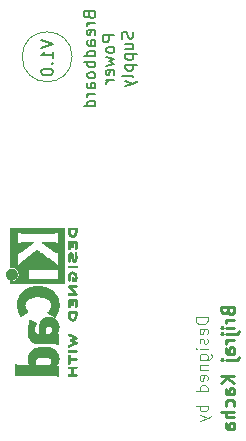
<source format=gbo>
%TF.GenerationSoftware,KiCad,Pcbnew,8.0.4*%
%TF.CreationDate,2024-09-05T09:17:28+05:30*%
%TF.ProjectId,BreadBoard_PowerSupply,42726561-6442-46f6-9172-645f506f7765,1*%
%TF.SameCoordinates,Original*%
%TF.FileFunction,Legend,Bot*%
%TF.FilePolarity,Positive*%
%FSLAX46Y46*%
G04 Gerber Fmt 4.6, Leading zero omitted, Abs format (unit mm)*
G04 Created by KiCad (PCBNEW 8.0.4) date 2024-09-05 09:17:28*
%MOMM*%
%LPD*%
G01*
G04 APERTURE LIST*
%ADD10C,0.100000*%
%ADD11C,0.250000*%
%ADD12C,0.200000*%
%ADD13C,0.010000*%
G04 APERTURE END LIST*
D10*
X160105519Y-84159519D02*
G75*
G02*
X155870481Y-84159519I-2117519J0D01*
G01*
X155870481Y-84159519D02*
G75*
G02*
X160105519Y-84159519I2117519J0D01*
G01*
D11*
X173266190Y-105670952D02*
X173318571Y-105828095D01*
X173318571Y-105828095D02*
X173370952Y-105880476D01*
X173370952Y-105880476D02*
X173475714Y-105932857D01*
X173475714Y-105932857D02*
X173632857Y-105932857D01*
X173632857Y-105932857D02*
X173737619Y-105880476D01*
X173737619Y-105880476D02*
X173790000Y-105828095D01*
X173790000Y-105828095D02*
X173842380Y-105723333D01*
X173842380Y-105723333D02*
X173842380Y-105304285D01*
X173842380Y-105304285D02*
X172742380Y-105304285D01*
X172742380Y-105304285D02*
X172742380Y-105670952D01*
X172742380Y-105670952D02*
X172794761Y-105775714D01*
X172794761Y-105775714D02*
X172847142Y-105828095D01*
X172847142Y-105828095D02*
X172951904Y-105880476D01*
X172951904Y-105880476D02*
X173056666Y-105880476D01*
X173056666Y-105880476D02*
X173161428Y-105828095D01*
X173161428Y-105828095D02*
X173213809Y-105775714D01*
X173213809Y-105775714D02*
X173266190Y-105670952D01*
X173266190Y-105670952D02*
X173266190Y-105304285D01*
X173842380Y-106404285D02*
X173109047Y-106404285D01*
X173318571Y-106404285D02*
X173213809Y-106456666D01*
X173213809Y-106456666D02*
X173161428Y-106509047D01*
X173161428Y-106509047D02*
X173109047Y-106613809D01*
X173109047Y-106613809D02*
X173109047Y-106718571D01*
X173842380Y-107085237D02*
X173109047Y-107085237D01*
X172742380Y-107085237D02*
X172794761Y-107032856D01*
X172794761Y-107032856D02*
X172847142Y-107085237D01*
X172847142Y-107085237D02*
X172794761Y-107137618D01*
X172794761Y-107137618D02*
X172742380Y-107085237D01*
X172742380Y-107085237D02*
X172847142Y-107085237D01*
X173109047Y-107609047D02*
X174051904Y-107609047D01*
X174051904Y-107609047D02*
X174156666Y-107556666D01*
X174156666Y-107556666D02*
X174209047Y-107451904D01*
X174209047Y-107451904D02*
X174209047Y-107399523D01*
X172742380Y-107609047D02*
X172794761Y-107556666D01*
X172794761Y-107556666D02*
X172847142Y-107609047D01*
X172847142Y-107609047D02*
X172794761Y-107661428D01*
X172794761Y-107661428D02*
X172742380Y-107609047D01*
X172742380Y-107609047D02*
X172847142Y-107609047D01*
X173842380Y-108132857D02*
X173109047Y-108132857D01*
X173318571Y-108132857D02*
X173213809Y-108185238D01*
X173213809Y-108185238D02*
X173161428Y-108237619D01*
X173161428Y-108237619D02*
X173109047Y-108342381D01*
X173109047Y-108342381D02*
X173109047Y-108447143D01*
X173842380Y-109285238D02*
X173266190Y-109285238D01*
X173266190Y-109285238D02*
X173161428Y-109232857D01*
X173161428Y-109232857D02*
X173109047Y-109128095D01*
X173109047Y-109128095D02*
X173109047Y-108918571D01*
X173109047Y-108918571D02*
X173161428Y-108813809D01*
X173790000Y-109285238D02*
X173842380Y-109180476D01*
X173842380Y-109180476D02*
X173842380Y-108918571D01*
X173842380Y-108918571D02*
X173790000Y-108813809D01*
X173790000Y-108813809D02*
X173685238Y-108761428D01*
X173685238Y-108761428D02*
X173580476Y-108761428D01*
X173580476Y-108761428D02*
X173475714Y-108813809D01*
X173475714Y-108813809D02*
X173423333Y-108918571D01*
X173423333Y-108918571D02*
X173423333Y-109180476D01*
X173423333Y-109180476D02*
X173370952Y-109285238D01*
X173109047Y-109809047D02*
X174051904Y-109809047D01*
X174051904Y-109809047D02*
X174156666Y-109756666D01*
X174156666Y-109756666D02*
X174209047Y-109651904D01*
X174209047Y-109651904D02*
X174209047Y-109599523D01*
X172742380Y-109809047D02*
X172794761Y-109756666D01*
X172794761Y-109756666D02*
X172847142Y-109809047D01*
X172847142Y-109809047D02*
X172794761Y-109861428D01*
X172794761Y-109861428D02*
X172742380Y-109809047D01*
X172742380Y-109809047D02*
X172847142Y-109809047D01*
X173842380Y-111170952D02*
X172742380Y-111170952D01*
X173842380Y-111799524D02*
X173213809Y-111328095D01*
X172742380Y-111799524D02*
X173370952Y-111170952D01*
X173842380Y-112742381D02*
X173266190Y-112742381D01*
X173266190Y-112742381D02*
X173161428Y-112690000D01*
X173161428Y-112690000D02*
X173109047Y-112585238D01*
X173109047Y-112585238D02*
X173109047Y-112375714D01*
X173109047Y-112375714D02*
X173161428Y-112270952D01*
X173790000Y-112742381D02*
X173842380Y-112637619D01*
X173842380Y-112637619D02*
X173842380Y-112375714D01*
X173842380Y-112375714D02*
X173790000Y-112270952D01*
X173790000Y-112270952D02*
X173685238Y-112218571D01*
X173685238Y-112218571D02*
X173580476Y-112218571D01*
X173580476Y-112218571D02*
X173475714Y-112270952D01*
X173475714Y-112270952D02*
X173423333Y-112375714D01*
X173423333Y-112375714D02*
X173423333Y-112637619D01*
X173423333Y-112637619D02*
X173370952Y-112742381D01*
X173790000Y-113737619D02*
X173842380Y-113632857D01*
X173842380Y-113632857D02*
X173842380Y-113423333D01*
X173842380Y-113423333D02*
X173790000Y-113318571D01*
X173790000Y-113318571D02*
X173737619Y-113266190D01*
X173737619Y-113266190D02*
X173632857Y-113213809D01*
X173632857Y-113213809D02*
X173318571Y-113213809D01*
X173318571Y-113213809D02*
X173213809Y-113266190D01*
X173213809Y-113266190D02*
X173161428Y-113318571D01*
X173161428Y-113318571D02*
X173109047Y-113423333D01*
X173109047Y-113423333D02*
X173109047Y-113632857D01*
X173109047Y-113632857D02*
X173161428Y-113737619D01*
X173842380Y-114209047D02*
X172742380Y-114209047D01*
X173842380Y-114680476D02*
X173266190Y-114680476D01*
X173266190Y-114680476D02*
X173161428Y-114628095D01*
X173161428Y-114628095D02*
X173109047Y-114523333D01*
X173109047Y-114523333D02*
X173109047Y-114366190D01*
X173109047Y-114366190D02*
X173161428Y-114261428D01*
X173161428Y-114261428D02*
X173213809Y-114209047D01*
X173842380Y-115675714D02*
X173266190Y-115675714D01*
X173266190Y-115675714D02*
X173161428Y-115623333D01*
X173161428Y-115623333D02*
X173109047Y-115518571D01*
X173109047Y-115518571D02*
X173109047Y-115309047D01*
X173109047Y-115309047D02*
X173161428Y-115204285D01*
X173790000Y-115675714D02*
X173842380Y-115570952D01*
X173842380Y-115570952D02*
X173842380Y-115309047D01*
X173842380Y-115309047D02*
X173790000Y-115204285D01*
X173790000Y-115204285D02*
X173685238Y-115151904D01*
X173685238Y-115151904D02*
X173580476Y-115151904D01*
X173580476Y-115151904D02*
X173475714Y-115204285D01*
X173475714Y-115204285D02*
X173423333Y-115309047D01*
X173423333Y-115309047D02*
X173423333Y-115570952D01*
X173423333Y-115570952D02*
X173370952Y-115675714D01*
D10*
X171576419Y-106221884D02*
X170576419Y-106221884D01*
X170576419Y-106221884D02*
X170576419Y-106459979D01*
X170576419Y-106459979D02*
X170624038Y-106602836D01*
X170624038Y-106602836D02*
X170719276Y-106698074D01*
X170719276Y-106698074D02*
X170814514Y-106745693D01*
X170814514Y-106745693D02*
X171004990Y-106793312D01*
X171004990Y-106793312D02*
X171147847Y-106793312D01*
X171147847Y-106793312D02*
X171338323Y-106745693D01*
X171338323Y-106745693D02*
X171433561Y-106698074D01*
X171433561Y-106698074D02*
X171528800Y-106602836D01*
X171528800Y-106602836D02*
X171576419Y-106459979D01*
X171576419Y-106459979D02*
X171576419Y-106221884D01*
X171528800Y-107602836D02*
X171576419Y-107507598D01*
X171576419Y-107507598D02*
X171576419Y-107317122D01*
X171576419Y-107317122D02*
X171528800Y-107221884D01*
X171528800Y-107221884D02*
X171433561Y-107174265D01*
X171433561Y-107174265D02*
X171052609Y-107174265D01*
X171052609Y-107174265D02*
X170957371Y-107221884D01*
X170957371Y-107221884D02*
X170909752Y-107317122D01*
X170909752Y-107317122D02*
X170909752Y-107507598D01*
X170909752Y-107507598D02*
X170957371Y-107602836D01*
X170957371Y-107602836D02*
X171052609Y-107650455D01*
X171052609Y-107650455D02*
X171147847Y-107650455D01*
X171147847Y-107650455D02*
X171243085Y-107174265D01*
X171528800Y-108031408D02*
X171576419Y-108126646D01*
X171576419Y-108126646D02*
X171576419Y-108317122D01*
X171576419Y-108317122D02*
X171528800Y-108412360D01*
X171528800Y-108412360D02*
X171433561Y-108459979D01*
X171433561Y-108459979D02*
X171385942Y-108459979D01*
X171385942Y-108459979D02*
X171290704Y-108412360D01*
X171290704Y-108412360D02*
X171243085Y-108317122D01*
X171243085Y-108317122D02*
X171243085Y-108174265D01*
X171243085Y-108174265D02*
X171195466Y-108079027D01*
X171195466Y-108079027D02*
X171100228Y-108031408D01*
X171100228Y-108031408D02*
X171052609Y-108031408D01*
X171052609Y-108031408D02*
X170957371Y-108079027D01*
X170957371Y-108079027D02*
X170909752Y-108174265D01*
X170909752Y-108174265D02*
X170909752Y-108317122D01*
X170909752Y-108317122D02*
X170957371Y-108412360D01*
X171576419Y-108888551D02*
X170909752Y-108888551D01*
X170576419Y-108888551D02*
X170624038Y-108840932D01*
X170624038Y-108840932D02*
X170671657Y-108888551D01*
X170671657Y-108888551D02*
X170624038Y-108936170D01*
X170624038Y-108936170D02*
X170576419Y-108888551D01*
X170576419Y-108888551D02*
X170671657Y-108888551D01*
X170909752Y-109793312D02*
X171719276Y-109793312D01*
X171719276Y-109793312D02*
X171814514Y-109745693D01*
X171814514Y-109745693D02*
X171862133Y-109698074D01*
X171862133Y-109698074D02*
X171909752Y-109602836D01*
X171909752Y-109602836D02*
X171909752Y-109459979D01*
X171909752Y-109459979D02*
X171862133Y-109364741D01*
X171528800Y-109793312D02*
X171576419Y-109698074D01*
X171576419Y-109698074D02*
X171576419Y-109507598D01*
X171576419Y-109507598D02*
X171528800Y-109412360D01*
X171528800Y-109412360D02*
X171481180Y-109364741D01*
X171481180Y-109364741D02*
X171385942Y-109317122D01*
X171385942Y-109317122D02*
X171100228Y-109317122D01*
X171100228Y-109317122D02*
X171004990Y-109364741D01*
X171004990Y-109364741D02*
X170957371Y-109412360D01*
X170957371Y-109412360D02*
X170909752Y-109507598D01*
X170909752Y-109507598D02*
X170909752Y-109698074D01*
X170909752Y-109698074D02*
X170957371Y-109793312D01*
X170909752Y-110269503D02*
X171576419Y-110269503D01*
X171004990Y-110269503D02*
X170957371Y-110317122D01*
X170957371Y-110317122D02*
X170909752Y-110412360D01*
X170909752Y-110412360D02*
X170909752Y-110555217D01*
X170909752Y-110555217D02*
X170957371Y-110650455D01*
X170957371Y-110650455D02*
X171052609Y-110698074D01*
X171052609Y-110698074D02*
X171576419Y-110698074D01*
X171528800Y-111555217D02*
X171576419Y-111459979D01*
X171576419Y-111459979D02*
X171576419Y-111269503D01*
X171576419Y-111269503D02*
X171528800Y-111174265D01*
X171528800Y-111174265D02*
X171433561Y-111126646D01*
X171433561Y-111126646D02*
X171052609Y-111126646D01*
X171052609Y-111126646D02*
X170957371Y-111174265D01*
X170957371Y-111174265D02*
X170909752Y-111269503D01*
X170909752Y-111269503D02*
X170909752Y-111459979D01*
X170909752Y-111459979D02*
X170957371Y-111555217D01*
X170957371Y-111555217D02*
X171052609Y-111602836D01*
X171052609Y-111602836D02*
X171147847Y-111602836D01*
X171147847Y-111602836D02*
X171243085Y-111126646D01*
X171576419Y-112459979D02*
X170576419Y-112459979D01*
X171528800Y-112459979D02*
X171576419Y-112364741D01*
X171576419Y-112364741D02*
X171576419Y-112174265D01*
X171576419Y-112174265D02*
X171528800Y-112079027D01*
X171528800Y-112079027D02*
X171481180Y-112031408D01*
X171481180Y-112031408D02*
X171385942Y-111983789D01*
X171385942Y-111983789D02*
X171100228Y-111983789D01*
X171100228Y-111983789D02*
X171004990Y-112031408D01*
X171004990Y-112031408D02*
X170957371Y-112079027D01*
X170957371Y-112079027D02*
X170909752Y-112174265D01*
X170909752Y-112174265D02*
X170909752Y-112364741D01*
X170909752Y-112364741D02*
X170957371Y-112459979D01*
X171576419Y-113698075D02*
X170576419Y-113698075D01*
X170957371Y-113698075D02*
X170909752Y-113793313D01*
X170909752Y-113793313D02*
X170909752Y-113983789D01*
X170909752Y-113983789D02*
X170957371Y-114079027D01*
X170957371Y-114079027D02*
X171004990Y-114126646D01*
X171004990Y-114126646D02*
X171100228Y-114174265D01*
X171100228Y-114174265D02*
X171385942Y-114174265D01*
X171385942Y-114174265D02*
X171481180Y-114126646D01*
X171481180Y-114126646D02*
X171528800Y-114079027D01*
X171528800Y-114079027D02*
X171576419Y-113983789D01*
X171576419Y-113983789D02*
X171576419Y-113793313D01*
X171576419Y-113793313D02*
X171528800Y-113698075D01*
X170909752Y-114507599D02*
X171576419Y-114745694D01*
X170909752Y-114983789D02*
X171576419Y-114745694D01*
X171576419Y-114745694D02*
X171814514Y-114650456D01*
X171814514Y-114650456D02*
X171862133Y-114602837D01*
X171862133Y-114602837D02*
X171909752Y-114507599D01*
D12*
X161549409Y-80637523D02*
X161597028Y-80780380D01*
X161597028Y-80780380D02*
X161644647Y-80827999D01*
X161644647Y-80827999D02*
X161739885Y-80875618D01*
X161739885Y-80875618D02*
X161882742Y-80875618D01*
X161882742Y-80875618D02*
X161977980Y-80827999D01*
X161977980Y-80827999D02*
X162025600Y-80780380D01*
X162025600Y-80780380D02*
X162073219Y-80685142D01*
X162073219Y-80685142D02*
X162073219Y-80304190D01*
X162073219Y-80304190D02*
X161073219Y-80304190D01*
X161073219Y-80304190D02*
X161073219Y-80637523D01*
X161073219Y-80637523D02*
X161120838Y-80732761D01*
X161120838Y-80732761D02*
X161168457Y-80780380D01*
X161168457Y-80780380D02*
X161263695Y-80827999D01*
X161263695Y-80827999D02*
X161358933Y-80827999D01*
X161358933Y-80827999D02*
X161454171Y-80780380D01*
X161454171Y-80780380D02*
X161501790Y-80732761D01*
X161501790Y-80732761D02*
X161549409Y-80637523D01*
X161549409Y-80637523D02*
X161549409Y-80304190D01*
X162073219Y-81304190D02*
X161406552Y-81304190D01*
X161597028Y-81304190D02*
X161501790Y-81351809D01*
X161501790Y-81351809D02*
X161454171Y-81399428D01*
X161454171Y-81399428D02*
X161406552Y-81494666D01*
X161406552Y-81494666D02*
X161406552Y-81589904D01*
X162025600Y-82304190D02*
X162073219Y-82208952D01*
X162073219Y-82208952D02*
X162073219Y-82018476D01*
X162073219Y-82018476D02*
X162025600Y-81923238D01*
X162025600Y-81923238D02*
X161930361Y-81875619D01*
X161930361Y-81875619D02*
X161549409Y-81875619D01*
X161549409Y-81875619D02*
X161454171Y-81923238D01*
X161454171Y-81923238D02*
X161406552Y-82018476D01*
X161406552Y-82018476D02*
X161406552Y-82208952D01*
X161406552Y-82208952D02*
X161454171Y-82304190D01*
X161454171Y-82304190D02*
X161549409Y-82351809D01*
X161549409Y-82351809D02*
X161644647Y-82351809D01*
X161644647Y-82351809D02*
X161739885Y-81875619D01*
X162073219Y-83208952D02*
X161549409Y-83208952D01*
X161549409Y-83208952D02*
X161454171Y-83161333D01*
X161454171Y-83161333D02*
X161406552Y-83066095D01*
X161406552Y-83066095D02*
X161406552Y-82875619D01*
X161406552Y-82875619D02*
X161454171Y-82780381D01*
X162025600Y-83208952D02*
X162073219Y-83113714D01*
X162073219Y-83113714D02*
X162073219Y-82875619D01*
X162073219Y-82875619D02*
X162025600Y-82780381D01*
X162025600Y-82780381D02*
X161930361Y-82732762D01*
X161930361Y-82732762D02*
X161835123Y-82732762D01*
X161835123Y-82732762D02*
X161739885Y-82780381D01*
X161739885Y-82780381D02*
X161692266Y-82875619D01*
X161692266Y-82875619D02*
X161692266Y-83113714D01*
X161692266Y-83113714D02*
X161644647Y-83208952D01*
X162073219Y-84113714D02*
X161073219Y-84113714D01*
X162025600Y-84113714D02*
X162073219Y-84018476D01*
X162073219Y-84018476D02*
X162073219Y-83828000D01*
X162073219Y-83828000D02*
X162025600Y-83732762D01*
X162025600Y-83732762D02*
X161977980Y-83685143D01*
X161977980Y-83685143D02*
X161882742Y-83637524D01*
X161882742Y-83637524D02*
X161597028Y-83637524D01*
X161597028Y-83637524D02*
X161501790Y-83685143D01*
X161501790Y-83685143D02*
X161454171Y-83732762D01*
X161454171Y-83732762D02*
X161406552Y-83828000D01*
X161406552Y-83828000D02*
X161406552Y-84018476D01*
X161406552Y-84018476D02*
X161454171Y-84113714D01*
X162073219Y-84589905D02*
X161073219Y-84589905D01*
X161454171Y-84589905D02*
X161406552Y-84685143D01*
X161406552Y-84685143D02*
X161406552Y-84875619D01*
X161406552Y-84875619D02*
X161454171Y-84970857D01*
X161454171Y-84970857D02*
X161501790Y-85018476D01*
X161501790Y-85018476D02*
X161597028Y-85066095D01*
X161597028Y-85066095D02*
X161882742Y-85066095D01*
X161882742Y-85066095D02*
X161977980Y-85018476D01*
X161977980Y-85018476D02*
X162025600Y-84970857D01*
X162025600Y-84970857D02*
X162073219Y-84875619D01*
X162073219Y-84875619D02*
X162073219Y-84685143D01*
X162073219Y-84685143D02*
X162025600Y-84589905D01*
X162073219Y-85637524D02*
X162025600Y-85542286D01*
X162025600Y-85542286D02*
X161977980Y-85494667D01*
X161977980Y-85494667D02*
X161882742Y-85447048D01*
X161882742Y-85447048D02*
X161597028Y-85447048D01*
X161597028Y-85447048D02*
X161501790Y-85494667D01*
X161501790Y-85494667D02*
X161454171Y-85542286D01*
X161454171Y-85542286D02*
X161406552Y-85637524D01*
X161406552Y-85637524D02*
X161406552Y-85780381D01*
X161406552Y-85780381D02*
X161454171Y-85875619D01*
X161454171Y-85875619D02*
X161501790Y-85923238D01*
X161501790Y-85923238D02*
X161597028Y-85970857D01*
X161597028Y-85970857D02*
X161882742Y-85970857D01*
X161882742Y-85970857D02*
X161977980Y-85923238D01*
X161977980Y-85923238D02*
X162025600Y-85875619D01*
X162025600Y-85875619D02*
X162073219Y-85780381D01*
X162073219Y-85780381D02*
X162073219Y-85637524D01*
X162073219Y-86828000D02*
X161549409Y-86828000D01*
X161549409Y-86828000D02*
X161454171Y-86780381D01*
X161454171Y-86780381D02*
X161406552Y-86685143D01*
X161406552Y-86685143D02*
X161406552Y-86494667D01*
X161406552Y-86494667D02*
X161454171Y-86399429D01*
X162025600Y-86828000D02*
X162073219Y-86732762D01*
X162073219Y-86732762D02*
X162073219Y-86494667D01*
X162073219Y-86494667D02*
X162025600Y-86399429D01*
X162025600Y-86399429D02*
X161930361Y-86351810D01*
X161930361Y-86351810D02*
X161835123Y-86351810D01*
X161835123Y-86351810D02*
X161739885Y-86399429D01*
X161739885Y-86399429D02*
X161692266Y-86494667D01*
X161692266Y-86494667D02*
X161692266Y-86732762D01*
X161692266Y-86732762D02*
X161644647Y-86828000D01*
X162073219Y-87304191D02*
X161406552Y-87304191D01*
X161597028Y-87304191D02*
X161501790Y-87351810D01*
X161501790Y-87351810D02*
X161454171Y-87399429D01*
X161454171Y-87399429D02*
X161406552Y-87494667D01*
X161406552Y-87494667D02*
X161406552Y-87589905D01*
X162073219Y-88351810D02*
X161073219Y-88351810D01*
X162025600Y-88351810D02*
X162073219Y-88256572D01*
X162073219Y-88256572D02*
X162073219Y-88066096D01*
X162073219Y-88066096D02*
X162025600Y-87970858D01*
X162025600Y-87970858D02*
X161977980Y-87923239D01*
X161977980Y-87923239D02*
X161882742Y-87875620D01*
X161882742Y-87875620D02*
X161597028Y-87875620D01*
X161597028Y-87875620D02*
X161501790Y-87923239D01*
X161501790Y-87923239D02*
X161454171Y-87970858D01*
X161454171Y-87970858D02*
X161406552Y-88066096D01*
X161406552Y-88066096D02*
X161406552Y-88256572D01*
X161406552Y-88256572D02*
X161454171Y-88351810D01*
X163683163Y-82351809D02*
X162683163Y-82351809D01*
X162683163Y-82351809D02*
X162683163Y-82732761D01*
X162683163Y-82732761D02*
X162730782Y-82827999D01*
X162730782Y-82827999D02*
X162778401Y-82875618D01*
X162778401Y-82875618D02*
X162873639Y-82923237D01*
X162873639Y-82923237D02*
X163016496Y-82923237D01*
X163016496Y-82923237D02*
X163111734Y-82875618D01*
X163111734Y-82875618D02*
X163159353Y-82827999D01*
X163159353Y-82827999D02*
X163206972Y-82732761D01*
X163206972Y-82732761D02*
X163206972Y-82351809D01*
X163683163Y-83494666D02*
X163635544Y-83399428D01*
X163635544Y-83399428D02*
X163587924Y-83351809D01*
X163587924Y-83351809D02*
X163492686Y-83304190D01*
X163492686Y-83304190D02*
X163206972Y-83304190D01*
X163206972Y-83304190D02*
X163111734Y-83351809D01*
X163111734Y-83351809D02*
X163064115Y-83399428D01*
X163064115Y-83399428D02*
X163016496Y-83494666D01*
X163016496Y-83494666D02*
X163016496Y-83637523D01*
X163016496Y-83637523D02*
X163064115Y-83732761D01*
X163064115Y-83732761D02*
X163111734Y-83780380D01*
X163111734Y-83780380D02*
X163206972Y-83827999D01*
X163206972Y-83827999D02*
X163492686Y-83827999D01*
X163492686Y-83827999D02*
X163587924Y-83780380D01*
X163587924Y-83780380D02*
X163635544Y-83732761D01*
X163635544Y-83732761D02*
X163683163Y-83637523D01*
X163683163Y-83637523D02*
X163683163Y-83494666D01*
X163016496Y-84161333D02*
X163683163Y-84351809D01*
X163683163Y-84351809D02*
X163206972Y-84542285D01*
X163206972Y-84542285D02*
X163683163Y-84732761D01*
X163683163Y-84732761D02*
X163016496Y-84923237D01*
X163635544Y-85685142D02*
X163683163Y-85589904D01*
X163683163Y-85589904D02*
X163683163Y-85399428D01*
X163683163Y-85399428D02*
X163635544Y-85304190D01*
X163635544Y-85304190D02*
X163540305Y-85256571D01*
X163540305Y-85256571D02*
X163159353Y-85256571D01*
X163159353Y-85256571D02*
X163064115Y-85304190D01*
X163064115Y-85304190D02*
X163016496Y-85399428D01*
X163016496Y-85399428D02*
X163016496Y-85589904D01*
X163016496Y-85589904D02*
X163064115Y-85685142D01*
X163064115Y-85685142D02*
X163159353Y-85732761D01*
X163159353Y-85732761D02*
X163254591Y-85732761D01*
X163254591Y-85732761D02*
X163349829Y-85256571D01*
X163683163Y-86161333D02*
X163016496Y-86161333D01*
X163206972Y-86161333D02*
X163111734Y-86208952D01*
X163111734Y-86208952D02*
X163064115Y-86256571D01*
X163064115Y-86256571D02*
X163016496Y-86351809D01*
X163016496Y-86351809D02*
X163016496Y-86447047D01*
X165245488Y-82042285D02*
X165293107Y-82185142D01*
X165293107Y-82185142D02*
X165293107Y-82423237D01*
X165293107Y-82423237D02*
X165245488Y-82518475D01*
X165245488Y-82518475D02*
X165197868Y-82566094D01*
X165197868Y-82566094D02*
X165102630Y-82613713D01*
X165102630Y-82613713D02*
X165007392Y-82613713D01*
X165007392Y-82613713D02*
X164912154Y-82566094D01*
X164912154Y-82566094D02*
X164864535Y-82518475D01*
X164864535Y-82518475D02*
X164816916Y-82423237D01*
X164816916Y-82423237D02*
X164769297Y-82232761D01*
X164769297Y-82232761D02*
X164721678Y-82137523D01*
X164721678Y-82137523D02*
X164674059Y-82089904D01*
X164674059Y-82089904D02*
X164578821Y-82042285D01*
X164578821Y-82042285D02*
X164483583Y-82042285D01*
X164483583Y-82042285D02*
X164388345Y-82089904D01*
X164388345Y-82089904D02*
X164340726Y-82137523D01*
X164340726Y-82137523D02*
X164293107Y-82232761D01*
X164293107Y-82232761D02*
X164293107Y-82470856D01*
X164293107Y-82470856D02*
X164340726Y-82613713D01*
X164626440Y-83470856D02*
X165293107Y-83470856D01*
X164626440Y-83042285D02*
X165150249Y-83042285D01*
X165150249Y-83042285D02*
X165245488Y-83089904D01*
X165245488Y-83089904D02*
X165293107Y-83185142D01*
X165293107Y-83185142D02*
X165293107Y-83327999D01*
X165293107Y-83327999D02*
X165245488Y-83423237D01*
X165245488Y-83423237D02*
X165197868Y-83470856D01*
X164626440Y-83947047D02*
X165626440Y-83947047D01*
X164674059Y-83947047D02*
X164626440Y-84042285D01*
X164626440Y-84042285D02*
X164626440Y-84232761D01*
X164626440Y-84232761D02*
X164674059Y-84327999D01*
X164674059Y-84327999D02*
X164721678Y-84375618D01*
X164721678Y-84375618D02*
X164816916Y-84423237D01*
X164816916Y-84423237D02*
X165102630Y-84423237D01*
X165102630Y-84423237D02*
X165197868Y-84375618D01*
X165197868Y-84375618D02*
X165245488Y-84327999D01*
X165245488Y-84327999D02*
X165293107Y-84232761D01*
X165293107Y-84232761D02*
X165293107Y-84042285D01*
X165293107Y-84042285D02*
X165245488Y-83947047D01*
X164626440Y-84851809D02*
X165626440Y-84851809D01*
X164674059Y-84851809D02*
X164626440Y-84947047D01*
X164626440Y-84947047D02*
X164626440Y-85137523D01*
X164626440Y-85137523D02*
X164674059Y-85232761D01*
X164674059Y-85232761D02*
X164721678Y-85280380D01*
X164721678Y-85280380D02*
X164816916Y-85327999D01*
X164816916Y-85327999D02*
X165102630Y-85327999D01*
X165102630Y-85327999D02*
X165197868Y-85280380D01*
X165197868Y-85280380D02*
X165245488Y-85232761D01*
X165245488Y-85232761D02*
X165293107Y-85137523D01*
X165293107Y-85137523D02*
X165293107Y-84947047D01*
X165293107Y-84947047D02*
X165245488Y-84851809D01*
X165293107Y-85899428D02*
X165245488Y-85804190D01*
X165245488Y-85804190D02*
X165150249Y-85756571D01*
X165150249Y-85756571D02*
X164293107Y-85756571D01*
X164626440Y-86185143D02*
X165293107Y-86423238D01*
X164626440Y-86661333D02*
X165293107Y-86423238D01*
X165293107Y-86423238D02*
X165531202Y-86328000D01*
X165531202Y-86328000D02*
X165578821Y-86280381D01*
X165578821Y-86280381D02*
X165626440Y-86185143D01*
X157489940Y-82776816D02*
X158489940Y-83110149D01*
X158489940Y-83110149D02*
X157489940Y-83443482D01*
X158489940Y-84300625D02*
X158489940Y-83729197D01*
X158489940Y-84014911D02*
X157489940Y-84014911D01*
X157489940Y-84014911D02*
X157632797Y-83919673D01*
X157632797Y-83919673D02*
X157728035Y-83824435D01*
X157728035Y-83824435D02*
X157775654Y-83729197D01*
X158394701Y-84729197D02*
X158442321Y-84776816D01*
X158442321Y-84776816D02*
X158489940Y-84729197D01*
X158489940Y-84729197D02*
X158442321Y-84681578D01*
X158442321Y-84681578D02*
X158394701Y-84729197D01*
X158394701Y-84729197D02*
X158489940Y-84729197D01*
X157489940Y-85395863D02*
X157489940Y-85491101D01*
X157489940Y-85491101D02*
X157537559Y-85586339D01*
X157537559Y-85586339D02*
X157585178Y-85633958D01*
X157585178Y-85633958D02*
X157680416Y-85681577D01*
X157680416Y-85681577D02*
X157870892Y-85729196D01*
X157870892Y-85729196D02*
X158108987Y-85729196D01*
X158108987Y-85729196D02*
X158299463Y-85681577D01*
X158299463Y-85681577D02*
X158394701Y-85633958D01*
X158394701Y-85633958D02*
X158442321Y-85586339D01*
X158442321Y-85586339D02*
X158489940Y-85491101D01*
X158489940Y-85491101D02*
X158489940Y-85395863D01*
X158489940Y-85395863D02*
X158442321Y-85300625D01*
X158442321Y-85300625D02*
X158394701Y-85253006D01*
X158394701Y-85253006D02*
X158299463Y-85205387D01*
X158299463Y-85205387D02*
X158108987Y-85157768D01*
X158108987Y-85157768D02*
X157870892Y-85157768D01*
X157870892Y-85157768D02*
X157680416Y-85205387D01*
X157680416Y-85205387D02*
X157585178Y-85253006D01*
X157585178Y-85253006D02*
X157537559Y-85300625D01*
X157537559Y-85300625D02*
X157489940Y-85395863D01*
D13*
%TO.C,REF\u002A\u002A*%
X160461264Y-109020873D02*
X160478739Y-109052233D01*
X160479575Y-109088034D01*
X160459082Y-109119472D01*
X160454416Y-109123348D01*
X160444949Y-109128814D01*
X160431267Y-109133021D01*
X160410748Y-109136133D01*
X160380768Y-109138313D01*
X160338704Y-109139724D01*
X160281932Y-109140529D01*
X160207830Y-109140893D01*
X160113773Y-109140978D01*
X159792227Y-109140978D01*
X159770647Y-109114327D01*
X159755877Y-109090614D01*
X159749067Y-109067600D01*
X159754949Y-109046594D01*
X159770647Y-109020873D01*
X159792227Y-108994222D01*
X160439684Y-108994222D01*
X160461264Y-109020873D01*
G36*
X160461264Y-109020873D02*
G01*
X160478739Y-109052233D01*
X160479575Y-109088034D01*
X160459082Y-109119472D01*
X160454416Y-109123348D01*
X160444949Y-109128814D01*
X160431267Y-109133021D01*
X160410748Y-109136133D01*
X160380768Y-109138313D01*
X160338704Y-109139724D01*
X160281932Y-109140529D01*
X160207830Y-109140893D01*
X160113773Y-109140978D01*
X159792227Y-109140978D01*
X159770647Y-109114327D01*
X159755877Y-109090614D01*
X159749067Y-109067600D01*
X159754949Y-109046594D01*
X159770647Y-109020873D01*
X159792227Y-108994222D01*
X160439684Y-108994222D01*
X160461264Y-109020873D01*
G37*
X160201567Y-101854041D02*
X160275789Y-101854299D01*
X160332541Y-101854970D01*
X160374512Y-101856248D01*
X160404389Y-101858327D01*
X160424861Y-101861401D01*
X160438614Y-101865666D01*
X160448337Y-101871316D01*
X160456717Y-101878545D01*
X160478181Y-101910009D01*
X160479947Y-101945174D01*
X160460267Y-101978178D01*
X160454398Y-101983484D01*
X160445314Y-101988934D01*
X160431973Y-101993100D01*
X160411757Y-101996154D01*
X160382049Y-101998268D01*
X160340232Y-101999614D01*
X160283689Y-102000362D01*
X160209802Y-102000686D01*
X160115956Y-102000755D01*
X160040294Y-102000716D01*
X159962385Y-102000461D01*
X159902375Y-101999817D01*
X159857648Y-101998613D01*
X159825585Y-101996676D01*
X159803571Y-101993836D01*
X159788987Y-101989921D01*
X159779218Y-101984758D01*
X159771645Y-101978178D01*
X159752623Y-101948994D01*
X159753463Y-101915863D01*
X159776776Y-101881709D01*
X159804485Y-101854000D01*
X160117537Y-101854000D01*
X160201567Y-101854041D01*
G36*
X160201567Y-101854041D02*
G01*
X160275789Y-101854299D01*
X160332541Y-101854970D01*
X160374512Y-101856248D01*
X160404389Y-101858327D01*
X160424861Y-101861401D01*
X160438614Y-101865666D01*
X160448337Y-101871316D01*
X160456717Y-101878545D01*
X160478181Y-101910009D01*
X160479947Y-101945174D01*
X160460267Y-101978178D01*
X160454398Y-101983484D01*
X160445314Y-101988934D01*
X160431973Y-101993100D01*
X160411757Y-101996154D01*
X160382049Y-101998268D01*
X160340232Y-101999614D01*
X160283689Y-102000362D01*
X160209802Y-102000686D01*
X160115956Y-102000755D01*
X160040294Y-102000716D01*
X159962385Y-102000461D01*
X159902375Y-101999817D01*
X159857648Y-101998613D01*
X159825585Y-101996676D01*
X159803571Y-101993836D01*
X159788987Y-101989921D01*
X159779218Y-101984758D01*
X159771645Y-101978178D01*
X159752623Y-101948994D01*
X159753463Y-101915863D01*
X159776776Y-101881709D01*
X159804485Y-101854000D01*
X160117537Y-101854000D01*
X160201567Y-101854041D01*
G37*
X155014307Y-102097331D02*
X155055450Y-102099540D01*
X155087582Y-102105106D01*
X155118122Y-102115414D01*
X155154489Y-102131852D01*
X155181728Y-102145800D01*
X155267429Y-102204335D01*
X155336617Y-102276381D01*
X155387741Y-102360053D01*
X155419250Y-102453469D01*
X155426225Y-102486566D01*
X155433094Y-102527040D01*
X155434919Y-102560001D01*
X155431947Y-102594302D01*
X155424426Y-102638800D01*
X155412002Y-102690066D01*
X155374112Y-102780566D01*
X155319836Y-102859655D01*
X155251770Y-102925472D01*
X155172511Y-102976160D01*
X155084654Y-103009860D01*
X154990795Y-103024714D01*
X154893530Y-103018864D01*
X154797220Y-102992601D01*
X154708494Y-102947582D01*
X154633419Y-102886627D01*
X154573641Y-102811816D01*
X154530809Y-102725232D01*
X154506571Y-102628957D01*
X154502576Y-102525072D01*
X154512850Y-102447438D01*
X154540053Y-102364687D01*
X154585484Y-102289594D01*
X154651302Y-102217702D01*
X154695567Y-102179154D01*
X154753961Y-102139744D01*
X154814586Y-102114554D01*
X154883865Y-102101139D01*
X154968222Y-102097052D01*
X155014307Y-102097331D01*
G36*
X155014307Y-102097331D02*
G01*
X155055450Y-102099540D01*
X155087582Y-102105106D01*
X155118122Y-102115414D01*
X155154489Y-102131852D01*
X155181728Y-102145800D01*
X155267429Y-102204335D01*
X155336617Y-102276381D01*
X155387741Y-102360053D01*
X155419250Y-102453469D01*
X155426225Y-102486566D01*
X155433094Y-102527040D01*
X155434919Y-102560001D01*
X155431947Y-102594302D01*
X155424426Y-102638800D01*
X155412002Y-102690066D01*
X155374112Y-102780566D01*
X155319836Y-102859655D01*
X155251770Y-102925472D01*
X155172511Y-102976160D01*
X155084654Y-103009860D01*
X154990795Y-103024714D01*
X154893530Y-103018864D01*
X154797220Y-102992601D01*
X154708494Y-102947582D01*
X154633419Y-102886627D01*
X154573641Y-102811816D01*
X154530809Y-102725232D01*
X154506571Y-102628957D01*
X154502576Y-102525072D01*
X154512850Y-102447438D01*
X154540053Y-102364687D01*
X154585484Y-102289594D01*
X154651302Y-102217702D01*
X154695567Y-102179154D01*
X154753961Y-102139744D01*
X154814586Y-102114554D01*
X154883865Y-102101139D01*
X154968222Y-102097052D01*
X155014307Y-102097331D01*
G37*
X159875178Y-109391083D02*
X159876631Y-109392443D01*
X159884992Y-109403646D01*
X159890547Y-109420748D01*
X159893840Y-109447918D01*
X159895418Y-109489322D01*
X159895822Y-109549127D01*
X159895822Y-109688489D01*
X160159589Y-109688489D01*
X160235417Y-109688564D01*
X160302083Y-109688972D01*
X160351867Y-109689954D01*
X160387784Y-109691750D01*
X160412850Y-109694601D01*
X160430081Y-109698747D01*
X160442492Y-109704429D01*
X160453100Y-109711886D01*
X160455906Y-109714176D01*
X160478548Y-109745354D01*
X160480112Y-109779734D01*
X160460267Y-109812666D01*
X160452191Y-109819645D01*
X160441593Y-109825117D01*
X160425749Y-109829137D01*
X160401773Y-109831928D01*
X160366774Y-109833712D01*
X160317864Y-109834711D01*
X160252154Y-109835148D01*
X160166756Y-109835244D01*
X159895822Y-109835244D01*
X159895822Y-109981180D01*
X159895821Y-109992280D01*
X159895596Y-110048798D01*
X159894457Y-110087642D01*
X159891657Y-110113035D01*
X159886450Y-110129196D01*
X159878089Y-110140348D01*
X159865826Y-110150711D01*
X159835138Y-110166559D01*
X159801358Y-110163457D01*
X159768822Y-110137813D01*
X159765105Y-110132871D01*
X159760269Y-110122662D01*
X159756506Y-110107236D01*
X159753683Y-110084114D01*
X159751670Y-110050817D01*
X159750333Y-110004863D01*
X159749542Y-109943772D01*
X159749163Y-109865065D01*
X159749067Y-109766260D01*
X159749068Y-109746233D01*
X159749158Y-109652110D01*
X159749498Y-109577595D01*
X159750239Y-109520189D01*
X159751535Y-109477389D01*
X159753537Y-109446696D01*
X159756396Y-109425609D01*
X159760266Y-109411627D01*
X159765298Y-109402250D01*
X159771645Y-109394978D01*
X159804362Y-109376172D01*
X159841939Y-109374725D01*
X159875178Y-109391083D01*
G36*
X159875178Y-109391083D02*
G01*
X159876631Y-109392443D01*
X159884992Y-109403646D01*
X159890547Y-109420748D01*
X159893840Y-109447918D01*
X159895418Y-109489322D01*
X159895822Y-109549127D01*
X159895822Y-109688489D01*
X160159589Y-109688489D01*
X160235417Y-109688564D01*
X160302083Y-109688972D01*
X160351867Y-109689954D01*
X160387784Y-109691750D01*
X160412850Y-109694601D01*
X160430081Y-109698747D01*
X160442492Y-109704429D01*
X160453100Y-109711886D01*
X160455906Y-109714176D01*
X160478548Y-109745354D01*
X160480112Y-109779734D01*
X160460267Y-109812666D01*
X160452191Y-109819645D01*
X160441593Y-109825117D01*
X160425749Y-109829137D01*
X160401773Y-109831928D01*
X160366774Y-109833712D01*
X160317864Y-109834711D01*
X160252154Y-109835148D01*
X160166756Y-109835244D01*
X159895822Y-109835244D01*
X159895822Y-109981180D01*
X159895821Y-109992280D01*
X159895596Y-110048798D01*
X159894457Y-110087642D01*
X159891657Y-110113035D01*
X159886450Y-110129196D01*
X159878089Y-110140348D01*
X159865826Y-110150711D01*
X159835138Y-110166559D01*
X159801358Y-110163457D01*
X159768822Y-110137813D01*
X159765105Y-110132871D01*
X159760269Y-110122662D01*
X159756506Y-110107236D01*
X159753683Y-110084114D01*
X159751670Y-110050817D01*
X159750333Y-110004863D01*
X159749542Y-109943772D01*
X159749163Y-109865065D01*
X159749067Y-109766260D01*
X159749068Y-109746233D01*
X159749158Y-109652110D01*
X159749498Y-109577595D01*
X159750239Y-109520189D01*
X159751535Y-109477389D01*
X159753537Y-109446696D01*
X159756396Y-109425609D01*
X159760266Y-109411627D01*
X159765298Y-109402250D01*
X159771645Y-109394978D01*
X159804362Y-109376172D01*
X159841939Y-109374725D01*
X159875178Y-109391083D01*
G37*
X160157631Y-110398891D02*
X160274000Y-110399375D01*
X160288175Y-110399443D01*
X160349937Y-110400029D01*
X160393620Y-110401352D01*
X160423001Y-110403897D01*
X160441855Y-110408152D01*
X160453959Y-110414604D01*
X160463089Y-110423738D01*
X160480506Y-110457196D01*
X160477604Y-110492144D01*
X160453100Y-110523047D01*
X160439897Y-110532056D01*
X160421361Y-110539508D01*
X160395333Y-110543876D01*
X160356787Y-110545931D01*
X160300700Y-110546444D01*
X160178045Y-110546444D01*
X160178045Y-111043155D01*
X160312871Y-111043155D01*
X160348662Y-111043228D01*
X160394992Y-111043991D01*
X160425526Y-111046167D01*
X160444557Y-111050464D01*
X160456374Y-111057588D01*
X160465271Y-111068245D01*
X160480341Y-111100496D01*
X160477673Y-111135783D01*
X160453100Y-111166514D01*
X160446845Y-111171169D01*
X160436321Y-111177105D01*
X160422391Y-111181636D01*
X160402317Y-111184952D01*
X160373360Y-111187241D01*
X160332780Y-111188692D01*
X160277840Y-111189495D01*
X160205799Y-111189838D01*
X160113920Y-111189911D01*
X159804485Y-111189911D01*
X159776776Y-111162202D01*
X159754533Y-111130823D01*
X159751844Y-111097594D01*
X159771645Y-111065733D01*
X159781415Y-111057447D01*
X159797307Y-111050035D01*
X159821275Y-111045698D01*
X159858148Y-111043662D01*
X159912756Y-111043155D01*
X160031289Y-111043155D01*
X160031289Y-110546444D01*
X159915776Y-110546444D01*
X159864078Y-110546006D01*
X159829554Y-110544042D01*
X159806978Y-110539526D01*
X159791126Y-110531433D01*
X159776776Y-110518735D01*
X159754533Y-110487357D01*
X159751844Y-110454128D01*
X159771645Y-110422266D01*
X159777835Y-110416634D01*
X159786041Y-110411544D01*
X159797817Y-110407457D01*
X159815276Y-110404279D01*
X159840530Y-110401913D01*
X159875690Y-110400262D01*
X159922869Y-110399231D01*
X159984177Y-110398723D01*
X160061727Y-110398641D01*
X160157631Y-110398891D01*
G36*
X160157631Y-110398891D02*
G01*
X160274000Y-110399375D01*
X160288175Y-110399443D01*
X160349937Y-110400029D01*
X160393620Y-110401352D01*
X160423001Y-110403897D01*
X160441855Y-110408152D01*
X160453959Y-110414604D01*
X160463089Y-110423738D01*
X160480506Y-110457196D01*
X160477604Y-110492144D01*
X160453100Y-110523047D01*
X160439897Y-110532056D01*
X160421361Y-110539508D01*
X160395333Y-110543876D01*
X160356787Y-110545931D01*
X160300700Y-110546444D01*
X160178045Y-110546444D01*
X160178045Y-111043155D01*
X160312871Y-111043155D01*
X160348662Y-111043228D01*
X160394992Y-111043991D01*
X160425526Y-111046167D01*
X160444557Y-111050464D01*
X160456374Y-111057588D01*
X160465271Y-111068245D01*
X160480341Y-111100496D01*
X160477673Y-111135783D01*
X160453100Y-111166514D01*
X160446845Y-111171169D01*
X160436321Y-111177105D01*
X160422391Y-111181636D01*
X160402317Y-111184952D01*
X160373360Y-111187241D01*
X160332780Y-111188692D01*
X160277840Y-111189495D01*
X160205799Y-111189838D01*
X160113920Y-111189911D01*
X159804485Y-111189911D01*
X159776776Y-111162202D01*
X159754533Y-111130823D01*
X159751844Y-111097594D01*
X159771645Y-111065733D01*
X159781415Y-111057447D01*
X159797307Y-111050035D01*
X159821275Y-111045698D01*
X159858148Y-111043662D01*
X159912756Y-111043155D01*
X160031289Y-111043155D01*
X160031289Y-110546444D01*
X159915776Y-110546444D01*
X159864078Y-110546006D01*
X159829554Y-110544042D01*
X159806978Y-110539526D01*
X159791126Y-110531433D01*
X159776776Y-110518735D01*
X159754533Y-110487357D01*
X159751844Y-110454128D01*
X159771645Y-110422266D01*
X159777835Y-110416634D01*
X159786041Y-110411544D01*
X159797817Y-110407457D01*
X159815276Y-110404279D01*
X159840530Y-110401913D01*
X159875690Y-110400262D01*
X159922869Y-110399231D01*
X159984177Y-110398723D01*
X160061727Y-110398641D01*
X160157631Y-110398891D01*
G37*
X160175526Y-105714825D02*
X160254311Y-105715050D01*
X160315021Y-105715668D01*
X160336089Y-105716225D01*
X160360396Y-105716867D01*
X160393175Y-105718837D01*
X160416095Y-105721765D01*
X160431897Y-105725842D01*
X160443319Y-105731257D01*
X160453100Y-105738197D01*
X160482845Y-105761594D01*
X160482251Y-105927286D01*
X160481953Y-105962082D01*
X160478522Y-106060565D01*
X160470839Y-106141527D01*
X160458282Y-106208621D01*
X160440227Y-106265504D01*
X160416052Y-106315831D01*
X160414135Y-106319190D01*
X160377417Y-106377002D01*
X160340451Y-106419356D01*
X160296966Y-106452172D01*
X160240689Y-106481372D01*
X160231073Y-106485654D01*
X160167887Y-106508231D01*
X160112509Y-106515203D01*
X160057483Y-106506601D01*
X159995351Y-106482459D01*
X159993658Y-106481663D01*
X159924236Y-106441212D01*
X159867638Y-106390527D01*
X159823070Y-106327802D01*
X159789741Y-106251226D01*
X159766861Y-106158991D01*
X159753636Y-106049288D01*
X159749275Y-105920309D01*
X159749270Y-105916737D01*
X159749372Y-105872844D01*
X159895822Y-105872844D01*
X159896270Y-105960333D01*
X159898746Y-106027253D01*
X159909998Y-106119651D01*
X159929537Y-106198966D01*
X159956511Y-106260940D01*
X159977240Y-106291880D01*
X160007006Y-106320000D01*
X160049434Y-106343340D01*
X160065400Y-106350467D01*
X160097902Y-106362291D01*
X160122333Y-106364721D01*
X160147061Y-106359108D01*
X160162939Y-106353382D01*
X160222847Y-106320452D01*
X160268600Y-106273114D01*
X160301736Y-106209348D01*
X160323790Y-106127139D01*
X160324292Y-106124345D01*
X160330255Y-106078060D01*
X160334483Y-106021664D01*
X160336089Y-105966726D01*
X160336089Y-105872844D01*
X159895822Y-105872844D01*
X159749372Y-105872844D01*
X159749410Y-105856717D01*
X159750446Y-105814786D01*
X159753040Y-105786672D01*
X159757853Y-105768103D01*
X159765544Y-105754806D01*
X159776776Y-105742509D01*
X159804485Y-105714800D01*
X160113920Y-105714800D01*
X160175526Y-105714825D01*
G36*
X160175526Y-105714825D02*
G01*
X160254311Y-105715050D01*
X160315021Y-105715668D01*
X160336089Y-105716225D01*
X160360396Y-105716867D01*
X160393175Y-105718837D01*
X160416095Y-105721765D01*
X160431897Y-105725842D01*
X160443319Y-105731257D01*
X160453100Y-105738197D01*
X160482845Y-105761594D01*
X160482251Y-105927286D01*
X160481953Y-105962082D01*
X160478522Y-106060565D01*
X160470839Y-106141527D01*
X160458282Y-106208621D01*
X160440227Y-106265504D01*
X160416052Y-106315831D01*
X160414135Y-106319190D01*
X160377417Y-106377002D01*
X160340451Y-106419356D01*
X160296966Y-106452172D01*
X160240689Y-106481372D01*
X160231073Y-106485654D01*
X160167887Y-106508231D01*
X160112509Y-106515203D01*
X160057483Y-106506601D01*
X159995351Y-106482459D01*
X159993658Y-106481663D01*
X159924236Y-106441212D01*
X159867638Y-106390527D01*
X159823070Y-106327802D01*
X159789741Y-106251226D01*
X159766861Y-106158991D01*
X159753636Y-106049288D01*
X159749275Y-105920309D01*
X159749270Y-105916737D01*
X159749372Y-105872844D01*
X159895822Y-105872844D01*
X159896270Y-105960333D01*
X159898746Y-106027253D01*
X159909998Y-106119651D01*
X159929537Y-106198966D01*
X159956511Y-106260940D01*
X159977240Y-106291880D01*
X160007006Y-106320000D01*
X160049434Y-106343340D01*
X160065400Y-106350467D01*
X160097902Y-106362291D01*
X160122333Y-106364721D01*
X160147061Y-106359108D01*
X160162939Y-106353382D01*
X160222847Y-106320452D01*
X160268600Y-106273114D01*
X160301736Y-106209348D01*
X160323790Y-106127139D01*
X160324292Y-106124345D01*
X160330255Y-106078060D01*
X160334483Y-106021664D01*
X160336089Y-105966726D01*
X160336089Y-105872844D01*
X159895822Y-105872844D01*
X159749372Y-105872844D01*
X159749410Y-105856717D01*
X159750446Y-105814786D01*
X159753040Y-105786672D01*
X159757853Y-105768103D01*
X159765544Y-105754806D01*
X159776776Y-105742509D01*
X159804485Y-105714800D01*
X160113920Y-105714800D01*
X160175526Y-105714825D01*
G37*
X160115956Y-98625378D02*
X160191617Y-98625417D01*
X160269526Y-98625672D01*
X160329536Y-98626316D01*
X160374264Y-98627520D01*
X160406326Y-98629457D01*
X160428340Y-98632297D01*
X160442924Y-98636212D01*
X160452694Y-98641374D01*
X160460267Y-98647955D01*
X160466501Y-98654923D01*
X160473801Y-98667921D01*
X160478554Y-98687069D01*
X160481292Y-98716472D01*
X160482545Y-98760238D01*
X160482845Y-98822472D01*
X160482469Y-98871418D01*
X160478041Y-98978278D01*
X160467953Y-99067506D01*
X160451365Y-99142304D01*
X160427435Y-99205875D01*
X160395321Y-99261421D01*
X160354182Y-99312146D01*
X160348330Y-99318134D01*
X160299821Y-99355001D01*
X160239013Y-99386101D01*
X160174769Y-99407583D01*
X160115956Y-99415600D01*
X160094739Y-99414321D01*
X160037323Y-99402009D01*
X159977413Y-99379480D01*
X159923363Y-99350250D01*
X159883532Y-99317833D01*
X159866510Y-99298292D01*
X159827322Y-99243580D01*
X159797193Y-99183277D01*
X159775232Y-99114081D01*
X159760550Y-99032689D01*
X159752259Y-98935800D01*
X159750148Y-98848333D01*
X159895808Y-98848333D01*
X159895817Y-98851361D01*
X159897782Y-98902481D01*
X159902507Y-98962584D01*
X159909035Y-99019292D01*
X159918331Y-99069250D01*
X159944600Y-99144002D01*
X159983899Y-99201511D01*
X160036933Y-99243012D01*
X160088200Y-99264229D01*
X160136026Y-99265647D01*
X160186961Y-99247365D01*
X160232878Y-99217695D01*
X160275287Y-99170998D01*
X160305090Y-99109608D01*
X160324226Y-99030462D01*
X160324464Y-99028972D01*
X160330256Y-98980001D01*
X160334396Y-98921307D01*
X160336004Y-98865266D01*
X160336089Y-98772133D01*
X159895822Y-98772133D01*
X159895808Y-98848333D01*
X159750148Y-98848333D01*
X159749467Y-98820111D01*
X159749066Y-98780629D01*
X159748653Y-98734918D01*
X159750457Y-98699117D01*
X159756739Y-98672026D01*
X159769759Y-98652444D01*
X159791778Y-98639170D01*
X159825055Y-98631002D01*
X159871851Y-98626740D01*
X159895822Y-98626143D01*
X159934427Y-98625183D01*
X160015041Y-98625130D01*
X160115956Y-98625378D01*
G36*
X160115956Y-98625378D02*
G01*
X160191617Y-98625417D01*
X160269526Y-98625672D01*
X160329536Y-98626316D01*
X160374264Y-98627520D01*
X160406326Y-98629457D01*
X160428340Y-98632297D01*
X160442924Y-98636212D01*
X160452694Y-98641374D01*
X160460267Y-98647955D01*
X160466501Y-98654923D01*
X160473801Y-98667921D01*
X160478554Y-98687069D01*
X160481292Y-98716472D01*
X160482545Y-98760238D01*
X160482845Y-98822472D01*
X160482469Y-98871418D01*
X160478041Y-98978278D01*
X160467953Y-99067506D01*
X160451365Y-99142304D01*
X160427435Y-99205875D01*
X160395321Y-99261421D01*
X160354182Y-99312146D01*
X160348330Y-99318134D01*
X160299821Y-99355001D01*
X160239013Y-99386101D01*
X160174769Y-99407583D01*
X160115956Y-99415600D01*
X160094739Y-99414321D01*
X160037323Y-99402009D01*
X159977413Y-99379480D01*
X159923363Y-99350250D01*
X159883532Y-99317833D01*
X159866510Y-99298292D01*
X159827322Y-99243580D01*
X159797193Y-99183277D01*
X159775232Y-99114081D01*
X159760550Y-99032689D01*
X159752259Y-98935800D01*
X159750148Y-98848333D01*
X159895808Y-98848333D01*
X159895817Y-98851361D01*
X159897782Y-98902481D01*
X159902507Y-98962584D01*
X159909035Y-99019292D01*
X159918331Y-99069250D01*
X159944600Y-99144002D01*
X159983899Y-99201511D01*
X160036933Y-99243012D01*
X160088200Y-99264229D01*
X160136026Y-99265647D01*
X160186961Y-99247365D01*
X160232878Y-99217695D01*
X160275287Y-99170998D01*
X160305090Y-99109608D01*
X160324226Y-99030462D01*
X160324464Y-99028972D01*
X160330256Y-98980001D01*
X160334396Y-98921307D01*
X160336004Y-98865266D01*
X160336089Y-98772133D01*
X159895822Y-98772133D01*
X159895808Y-98848333D01*
X159750148Y-98848333D01*
X159749467Y-98820111D01*
X159749066Y-98780629D01*
X159748653Y-98734918D01*
X159750457Y-98699117D01*
X159756739Y-98672026D01*
X159769759Y-98652444D01*
X159791778Y-98639170D01*
X159825055Y-98631002D01*
X159871851Y-98626740D01*
X159895822Y-98626143D01*
X159934427Y-98625183D01*
X160015041Y-98625130D01*
X160115956Y-98625378D01*
G37*
X160174486Y-103513489D02*
X160253573Y-103513708D01*
X160314516Y-103514317D01*
X160360062Y-103515508D01*
X160392963Y-103517471D01*
X160415968Y-103520397D01*
X160431826Y-103524477D01*
X160443286Y-103529903D01*
X160453100Y-103536864D01*
X160477493Y-103567292D01*
X160480372Y-103602235D01*
X160461282Y-103639216D01*
X160457807Y-103643400D01*
X160449279Y-103651576D01*
X160437728Y-103657636D01*
X160419896Y-103662019D01*
X160392524Y-103665161D01*
X160352354Y-103667498D01*
X160296128Y-103669469D01*
X160220589Y-103671511D01*
X160001458Y-103677155D01*
X160242099Y-103942444D01*
X160308875Y-104016278D01*
X160366991Y-104081458D01*
X160411949Y-104133652D01*
X160444871Y-104174727D01*
X160466879Y-104206545D01*
X160479094Y-104230974D01*
X160482639Y-104249876D01*
X160478636Y-104265117D01*
X160468207Y-104278561D01*
X160452474Y-104292073D01*
X160443991Y-104298318D01*
X160433413Y-104303950D01*
X160419255Y-104308161D01*
X160398803Y-104311113D01*
X160369342Y-104312968D01*
X160328161Y-104313887D01*
X160272544Y-104314032D01*
X160199779Y-104313565D01*
X160107151Y-104312648D01*
X159792199Y-104309333D01*
X159770633Y-104282682D01*
X159754441Y-104256617D01*
X159751670Y-104223759D01*
X159770623Y-104189228D01*
X159774208Y-104184916D01*
X159782737Y-104176784D01*
X159794329Y-104170755D01*
X159812235Y-104166394D01*
X159839706Y-104163266D01*
X159879994Y-104160937D01*
X159936351Y-104158971D01*
X160012029Y-104156933D01*
X160231878Y-104151289D01*
X160068084Y-103970666D01*
X159989451Y-103883928D01*
X159921058Y-103808157D01*
X159865708Y-103746020D01*
X159822338Y-103695922D01*
X159789881Y-103656265D01*
X159767273Y-103625452D01*
X159753448Y-103601886D01*
X159747343Y-103583970D01*
X159747892Y-103570107D01*
X159754029Y-103558699D01*
X159764691Y-103548150D01*
X159778811Y-103536864D01*
X159784772Y-103532411D01*
X159795268Y-103526412D01*
X159809093Y-103521833D01*
X159828998Y-103518481D01*
X159857732Y-103516167D01*
X159898045Y-103514699D01*
X159952687Y-103513887D01*
X160024407Y-103513540D01*
X160115956Y-103513466D01*
X160174486Y-103513489D01*
G36*
X160174486Y-103513489D02*
G01*
X160253573Y-103513708D01*
X160314516Y-103514317D01*
X160360062Y-103515508D01*
X160392963Y-103517471D01*
X160415968Y-103520397D01*
X160431826Y-103524477D01*
X160443286Y-103529903D01*
X160453100Y-103536864D01*
X160477493Y-103567292D01*
X160480372Y-103602235D01*
X160461282Y-103639216D01*
X160457807Y-103643400D01*
X160449279Y-103651576D01*
X160437728Y-103657636D01*
X160419896Y-103662019D01*
X160392524Y-103665161D01*
X160352354Y-103667498D01*
X160296128Y-103669469D01*
X160220589Y-103671511D01*
X160001458Y-103677155D01*
X160242099Y-103942444D01*
X160308875Y-104016278D01*
X160366991Y-104081458D01*
X160411949Y-104133652D01*
X160444871Y-104174727D01*
X160466879Y-104206545D01*
X160479094Y-104230974D01*
X160482639Y-104249876D01*
X160478636Y-104265117D01*
X160468207Y-104278561D01*
X160452474Y-104292073D01*
X160443991Y-104298318D01*
X160433413Y-104303950D01*
X160419255Y-104308161D01*
X160398803Y-104311113D01*
X160369342Y-104312968D01*
X160328161Y-104313887D01*
X160272544Y-104314032D01*
X160199779Y-104313565D01*
X160107151Y-104312648D01*
X159792199Y-104309333D01*
X159770633Y-104282682D01*
X159754441Y-104256617D01*
X159751670Y-104223759D01*
X159770623Y-104189228D01*
X159774208Y-104184916D01*
X159782737Y-104176784D01*
X159794329Y-104170755D01*
X159812235Y-104166394D01*
X159839706Y-104163266D01*
X159879994Y-104160937D01*
X159936351Y-104158971D01*
X160012029Y-104156933D01*
X160231878Y-104151289D01*
X160068084Y-103970666D01*
X159989451Y-103883928D01*
X159921058Y-103808157D01*
X159865708Y-103746020D01*
X159822338Y-103695922D01*
X159789881Y-103656265D01*
X159767273Y-103625452D01*
X159753448Y-103601886D01*
X159747343Y-103583970D01*
X159747892Y-103570107D01*
X159754029Y-103558699D01*
X159764691Y-103548150D01*
X159778811Y-103536864D01*
X159784772Y-103532411D01*
X159795268Y-103526412D01*
X159809093Y-103521833D01*
X159828998Y-103518481D01*
X159857732Y-103516167D01*
X159898045Y-103514699D01*
X159952687Y-103513887D01*
X160024407Y-103513540D01*
X160115956Y-103513466D01*
X160174486Y-103513489D01*
G37*
X160134259Y-102329702D02*
X160185592Y-102342643D01*
X160242118Y-102365806D01*
X160296035Y-102395698D01*
X160339539Y-102428827D01*
X160349887Y-102439023D01*
X160401662Y-102506108D01*
X160441554Y-102586234D01*
X160465956Y-102672444D01*
X160474068Y-102727408D01*
X160480673Y-102820861D01*
X160478586Y-102910642D01*
X160468340Y-102993131D01*
X160450470Y-103064714D01*
X160425508Y-103121772D01*
X160393988Y-103160689D01*
X160392012Y-103162064D01*
X160366786Y-103169152D01*
X160319535Y-103173391D01*
X160250071Y-103174800D01*
X160187838Y-103173940D01*
X160140456Y-103169220D01*
X160108353Y-103157530D01*
X160088800Y-103135761D01*
X160079070Y-103100802D01*
X160076433Y-103049544D01*
X160078161Y-102978877D01*
X160081173Y-102930257D01*
X160089366Y-102880061D01*
X160103419Y-102847567D01*
X160124654Y-102830108D01*
X160154394Y-102825017D01*
X160158936Y-102825123D01*
X160193730Y-102833825D01*
X160217147Y-102857835D01*
X160230347Y-102899100D01*
X160234489Y-102959569D01*
X160234489Y-103028044D01*
X160272841Y-103028044D01*
X160281976Y-103027994D01*
X160299227Y-103025773D01*
X160309521Y-103016506D01*
X160316459Y-102995125D01*
X160323641Y-102956564D01*
X160324575Y-102951090D01*
X160334478Y-102854140D01*
X160331559Y-102764148D01*
X160316829Y-102683240D01*
X160291299Y-102613541D01*
X160255978Y-102557176D01*
X160211879Y-102516271D01*
X160160012Y-102492949D01*
X160101388Y-102489337D01*
X160072494Y-102494855D01*
X160016604Y-102521539D01*
X159970945Y-102567727D01*
X159936108Y-102632709D01*
X159912690Y-102715771D01*
X159908241Y-102740445D01*
X159897742Y-102829774D01*
X159898971Y-102909581D01*
X159911906Y-102987674D01*
X159918696Y-103022817D01*
X159919713Y-103068255D01*
X159907182Y-103099570D01*
X159880395Y-103119723D01*
X159852148Y-103126107D01*
X159820924Y-103116621D01*
X159807499Y-103107292D01*
X159783967Y-103073057D01*
X159766095Y-103020435D01*
X159754599Y-102951919D01*
X159750192Y-102870000D01*
X159754179Y-102772850D01*
X159770494Y-102666843D01*
X159798545Y-102573031D01*
X159837452Y-102494235D01*
X159886334Y-102433281D01*
X159919195Y-102407211D01*
X159968394Y-102377703D01*
X160022252Y-102352432D01*
X160073419Y-102334782D01*
X160114544Y-102328142D01*
X160134259Y-102329702D01*
G36*
X160134259Y-102329702D02*
G01*
X160185592Y-102342643D01*
X160242118Y-102365806D01*
X160296035Y-102395698D01*
X160339539Y-102428827D01*
X160349887Y-102439023D01*
X160401662Y-102506108D01*
X160441554Y-102586234D01*
X160465956Y-102672444D01*
X160474068Y-102727408D01*
X160480673Y-102820861D01*
X160478586Y-102910642D01*
X160468340Y-102993131D01*
X160450470Y-103064714D01*
X160425508Y-103121772D01*
X160393988Y-103160689D01*
X160392012Y-103162064D01*
X160366786Y-103169152D01*
X160319535Y-103173391D01*
X160250071Y-103174800D01*
X160187838Y-103173940D01*
X160140456Y-103169220D01*
X160108353Y-103157530D01*
X160088800Y-103135761D01*
X160079070Y-103100802D01*
X160076433Y-103049544D01*
X160078161Y-102978877D01*
X160081173Y-102930257D01*
X160089366Y-102880061D01*
X160103419Y-102847567D01*
X160124654Y-102830108D01*
X160154394Y-102825017D01*
X160158936Y-102825123D01*
X160193730Y-102833825D01*
X160217147Y-102857835D01*
X160230347Y-102899100D01*
X160234489Y-102959569D01*
X160234489Y-103028044D01*
X160272841Y-103028044D01*
X160281976Y-103027994D01*
X160299227Y-103025773D01*
X160309521Y-103016506D01*
X160316459Y-102995125D01*
X160323641Y-102956564D01*
X160324575Y-102951090D01*
X160334478Y-102854140D01*
X160331559Y-102764148D01*
X160316829Y-102683240D01*
X160291299Y-102613541D01*
X160255978Y-102557176D01*
X160211879Y-102516271D01*
X160160012Y-102492949D01*
X160101388Y-102489337D01*
X160072494Y-102494855D01*
X160016604Y-102521539D01*
X159970945Y-102567727D01*
X159936108Y-102632709D01*
X159912690Y-102715771D01*
X159908241Y-102740445D01*
X159897742Y-102829774D01*
X159898971Y-102909581D01*
X159911906Y-102987674D01*
X159918696Y-103022817D01*
X159919713Y-103068255D01*
X159907182Y-103099570D01*
X159880395Y-103119723D01*
X159852148Y-103126107D01*
X159820924Y-103116621D01*
X159807499Y-103107292D01*
X159783967Y-103073057D01*
X159766095Y-103020435D01*
X159754599Y-102951919D01*
X159750192Y-102870000D01*
X159754179Y-102772850D01*
X159770494Y-102666843D01*
X159798545Y-102573031D01*
X159837452Y-102494235D01*
X159886334Y-102433281D01*
X159919195Y-102407211D01*
X159968394Y-102377703D01*
X160022252Y-102352432D01*
X160073419Y-102334782D01*
X160114544Y-102328142D01*
X160134259Y-102329702D01*
G37*
X160186911Y-104698829D02*
X160265228Y-104699061D01*
X160325496Y-104699681D01*
X160370393Y-104700874D01*
X160402602Y-104702821D01*
X160424800Y-104705706D01*
X160439669Y-104709712D01*
X160449889Y-104715021D01*
X160458138Y-104721817D01*
X160462795Y-104726332D01*
X160469282Y-104734562D01*
X160474194Y-104745922D01*
X160477749Y-104763190D01*
X160480167Y-104789145D01*
X160481667Y-104826564D01*
X160482467Y-104878227D01*
X160482787Y-104946911D01*
X160482845Y-105035394D01*
X160482838Y-105055069D01*
X160482572Y-105142094D01*
X160481806Y-105209746D01*
X160480392Y-105260701D01*
X160478180Y-105297633D01*
X160475022Y-105323217D01*
X160470769Y-105340129D01*
X160465271Y-105351043D01*
X160455285Y-105361536D01*
X160424168Y-105374797D01*
X160388280Y-105373614D01*
X160356733Y-105357450D01*
X160354457Y-105355261D01*
X160348189Y-105346573D01*
X160343523Y-105333231D01*
X160340227Y-105312248D01*
X160338068Y-105280637D01*
X160336814Y-105235410D01*
X160336231Y-105173580D01*
X160336089Y-105092161D01*
X160336089Y-104845555D01*
X160178045Y-104845555D01*
X160178045Y-105007994D01*
X160177964Y-105043662D01*
X160177167Y-105099432D01*
X160175162Y-105138570D01*
X160171521Y-105165024D01*
X160165812Y-105182741D01*
X160157607Y-105195671D01*
X160154423Y-105199314D01*
X160123448Y-105217722D01*
X160087112Y-105218356D01*
X160053493Y-105200817D01*
X160053424Y-105200755D01*
X160044798Y-105191084D01*
X160038742Y-105177791D01*
X160034811Y-105157083D01*
X160032556Y-105125172D01*
X160031531Y-105078266D01*
X160031289Y-105012576D01*
X160031289Y-104844429D01*
X159966378Y-104847814D01*
X159901467Y-104851200D01*
X159898414Y-105093277D01*
X159898086Y-105118293D01*
X159896606Y-105199913D01*
X159894222Y-105262232D01*
X159890227Y-105307846D01*
X159883913Y-105339348D01*
X159874574Y-105359333D01*
X159861503Y-105370396D01*
X159843992Y-105375131D01*
X159821335Y-105376133D01*
X159818970Y-105376127D01*
X159798939Y-105374973D01*
X159783146Y-105370176D01*
X159771090Y-105359368D01*
X159762267Y-105340183D01*
X159756175Y-105310255D01*
X159752311Y-105267217D01*
X159750174Y-105208701D01*
X159749260Y-105132343D01*
X159749067Y-105035774D01*
X159749067Y-104745594D01*
X159778811Y-104722197D01*
X159785495Y-104717248D01*
X159796066Y-104711404D01*
X159810153Y-104706943D01*
X159830478Y-104703679D01*
X159859765Y-104701426D01*
X159900737Y-104699998D01*
X159956117Y-104699208D01*
X160028628Y-104698871D01*
X160120994Y-104698800D01*
X160186911Y-104698829D01*
G36*
X160186911Y-104698829D02*
G01*
X160265228Y-104699061D01*
X160325496Y-104699681D01*
X160370393Y-104700874D01*
X160402602Y-104702821D01*
X160424800Y-104705706D01*
X160439669Y-104709712D01*
X160449889Y-104715021D01*
X160458138Y-104721817D01*
X160462795Y-104726332D01*
X160469282Y-104734562D01*
X160474194Y-104745922D01*
X160477749Y-104763190D01*
X160480167Y-104789145D01*
X160481667Y-104826564D01*
X160482467Y-104878227D01*
X160482787Y-104946911D01*
X160482845Y-105035394D01*
X160482838Y-105055069D01*
X160482572Y-105142094D01*
X160481806Y-105209746D01*
X160480392Y-105260701D01*
X160478180Y-105297633D01*
X160475022Y-105323217D01*
X160470769Y-105340129D01*
X160465271Y-105351043D01*
X160455285Y-105361536D01*
X160424168Y-105374797D01*
X160388280Y-105373614D01*
X160356733Y-105357450D01*
X160354457Y-105355261D01*
X160348189Y-105346573D01*
X160343523Y-105333231D01*
X160340227Y-105312248D01*
X160338068Y-105280637D01*
X160336814Y-105235410D01*
X160336231Y-105173580D01*
X160336089Y-105092161D01*
X160336089Y-104845555D01*
X160178045Y-104845555D01*
X160178045Y-105007994D01*
X160177964Y-105043662D01*
X160177167Y-105099432D01*
X160175162Y-105138570D01*
X160171521Y-105165024D01*
X160165812Y-105182741D01*
X160157607Y-105195671D01*
X160154423Y-105199314D01*
X160123448Y-105217722D01*
X160087112Y-105218356D01*
X160053493Y-105200817D01*
X160053424Y-105200755D01*
X160044798Y-105191084D01*
X160038742Y-105177791D01*
X160034811Y-105157083D01*
X160032556Y-105125172D01*
X160031531Y-105078266D01*
X160031289Y-105012576D01*
X160031289Y-104844429D01*
X159966378Y-104847814D01*
X159901467Y-104851200D01*
X159898414Y-105093277D01*
X159898086Y-105118293D01*
X159896606Y-105199913D01*
X159894222Y-105262232D01*
X159890227Y-105307846D01*
X159883913Y-105339348D01*
X159874574Y-105359333D01*
X159861503Y-105370396D01*
X159843992Y-105375131D01*
X159821335Y-105376133D01*
X159818970Y-105376127D01*
X159798939Y-105374973D01*
X159783146Y-105370176D01*
X159771090Y-105359368D01*
X159762267Y-105340183D01*
X159756175Y-105310255D01*
X159752311Y-105267217D01*
X159750174Y-105208701D01*
X159749260Y-105132343D01*
X159749067Y-105035774D01*
X159749067Y-104745594D01*
X159778811Y-104722197D01*
X159785495Y-104717248D01*
X159796066Y-104711404D01*
X159810153Y-104706943D01*
X159830478Y-104703679D01*
X159859765Y-104701426D01*
X159900737Y-104699998D01*
X159956117Y-104699208D01*
X160028628Y-104698871D01*
X160120994Y-104698800D01*
X160186911Y-104698829D01*
G37*
X160190713Y-99754303D02*
X160268889Y-99754552D01*
X160329103Y-99755188D01*
X160373982Y-99756385D01*
X160406152Y-99758316D01*
X160428239Y-99761154D01*
X160442870Y-99765073D01*
X160452670Y-99770245D01*
X160460267Y-99776844D01*
X160463444Y-99780178D01*
X160469554Y-99788700D01*
X160474229Y-99800702D01*
X160477659Y-99818913D01*
X160480036Y-99846060D01*
X160481552Y-99884871D01*
X160482398Y-99938076D01*
X160482765Y-100008402D01*
X160482845Y-100098578D01*
X160482833Y-100140686D01*
X160482651Y-100221833D01*
X160482098Y-100284325D01*
X160480982Y-100330891D01*
X160479113Y-100364259D01*
X160476298Y-100387156D01*
X160472346Y-100402312D01*
X160467066Y-100412454D01*
X160460267Y-100420311D01*
X160438667Y-100435037D01*
X160409467Y-100442889D01*
X160385560Y-100437390D01*
X160358667Y-100420311D01*
X160354059Y-100415332D01*
X160347772Y-100405557D01*
X160343146Y-100391441D01*
X160339930Y-100369946D01*
X160337870Y-100338032D01*
X160336712Y-100292658D01*
X160336202Y-100230787D01*
X160336089Y-100149378D01*
X160336089Y-99901022D01*
X160178045Y-99901022D01*
X160178045Y-100062199D01*
X160177899Y-100098017D01*
X160176176Y-100163641D01*
X160171741Y-100210882D01*
X160163637Y-100242617D01*
X160150906Y-100261723D01*
X160132592Y-100271077D01*
X160107738Y-100273555D01*
X160087482Y-100272758D01*
X160065656Y-100267506D01*
X160050304Y-100254712D01*
X160040309Y-100231372D01*
X160034553Y-100194483D01*
X160031919Y-100141041D01*
X160031289Y-100068042D01*
X160031289Y-99899895D01*
X159966378Y-99903281D01*
X159901467Y-99906666D01*
X159898418Y-100154383D01*
X159897539Y-100216974D01*
X159896095Y-100285435D01*
X159894164Y-100336339D01*
X159891514Y-100372592D01*
X159887910Y-100397099D01*
X159883121Y-100412765D01*
X159876913Y-100422494D01*
X159870510Y-100428509D01*
X159838828Y-100441518D01*
X159803142Y-100437957D01*
X159772084Y-100418182D01*
X159769161Y-100414931D01*
X159762810Y-100405951D01*
X159757957Y-100393847D01*
X159754403Y-100375841D01*
X159751946Y-100349153D01*
X159750385Y-100311003D01*
X159749518Y-100258614D01*
X159749146Y-100189206D01*
X159749067Y-100099999D01*
X159749083Y-100045266D01*
X159749275Y-99968169D01*
X159749860Y-99909223D01*
X159751051Y-99865636D01*
X159753064Y-99834617D01*
X159756112Y-99813375D01*
X159760409Y-99799118D01*
X159766172Y-99789055D01*
X159773612Y-99780394D01*
X159775293Y-99778609D01*
X159782832Y-99771365D01*
X159791850Y-99765723D01*
X159804984Y-99761483D01*
X159824872Y-99758444D01*
X159854151Y-99756406D01*
X159895458Y-99755170D01*
X159951431Y-99754535D01*
X160024707Y-99754300D01*
X160117923Y-99754266D01*
X160190713Y-99754303D01*
G36*
X160190713Y-99754303D02*
G01*
X160268889Y-99754552D01*
X160329103Y-99755188D01*
X160373982Y-99756385D01*
X160406152Y-99758316D01*
X160428239Y-99761154D01*
X160442870Y-99765073D01*
X160452670Y-99770245D01*
X160460267Y-99776844D01*
X160463444Y-99780178D01*
X160469554Y-99788700D01*
X160474229Y-99800702D01*
X160477659Y-99818913D01*
X160480036Y-99846060D01*
X160481552Y-99884871D01*
X160482398Y-99938076D01*
X160482765Y-100008402D01*
X160482845Y-100098578D01*
X160482833Y-100140686D01*
X160482651Y-100221833D01*
X160482098Y-100284325D01*
X160480982Y-100330891D01*
X160479113Y-100364259D01*
X160476298Y-100387156D01*
X160472346Y-100402312D01*
X160467066Y-100412454D01*
X160460267Y-100420311D01*
X160438667Y-100435037D01*
X160409467Y-100442889D01*
X160385560Y-100437390D01*
X160358667Y-100420311D01*
X160354059Y-100415332D01*
X160347772Y-100405557D01*
X160343146Y-100391441D01*
X160339930Y-100369946D01*
X160337870Y-100338032D01*
X160336712Y-100292658D01*
X160336202Y-100230787D01*
X160336089Y-100149378D01*
X160336089Y-99901022D01*
X160178045Y-99901022D01*
X160178045Y-100062199D01*
X160177899Y-100098017D01*
X160176176Y-100163641D01*
X160171741Y-100210882D01*
X160163637Y-100242617D01*
X160150906Y-100261723D01*
X160132592Y-100271077D01*
X160107738Y-100273555D01*
X160087482Y-100272758D01*
X160065656Y-100267506D01*
X160050304Y-100254712D01*
X160040309Y-100231372D01*
X160034553Y-100194483D01*
X160031919Y-100141041D01*
X160031289Y-100068042D01*
X160031289Y-99899895D01*
X159966378Y-99903281D01*
X159901467Y-99906666D01*
X159898418Y-100154383D01*
X159897539Y-100216974D01*
X159896095Y-100285435D01*
X159894164Y-100336339D01*
X159891514Y-100372592D01*
X159887910Y-100397099D01*
X159883121Y-100412765D01*
X159876913Y-100422494D01*
X159870510Y-100428509D01*
X159838828Y-100441518D01*
X159803142Y-100437957D01*
X159772084Y-100418182D01*
X159769161Y-100414931D01*
X159762810Y-100405951D01*
X159757957Y-100393847D01*
X159754403Y-100375841D01*
X159751946Y-100349153D01*
X159750385Y-100311003D01*
X159749518Y-100258614D01*
X159749146Y-100189206D01*
X159749067Y-100099999D01*
X159749083Y-100045266D01*
X159749275Y-99968169D01*
X159749860Y-99909223D01*
X159751051Y-99865636D01*
X159753064Y-99834617D01*
X159756112Y-99813375D01*
X159760409Y-99799118D01*
X159766172Y-99789055D01*
X159773612Y-99780394D01*
X159775293Y-99778609D01*
X159782832Y-99771365D01*
X159791850Y-99765723D01*
X159804984Y-99761483D01*
X159824872Y-99758444D01*
X159854151Y-99756406D01*
X159895458Y-99755170D01*
X159951431Y-99754535D01*
X160024707Y-99754300D01*
X160117923Y-99754266D01*
X160190713Y-99754303D01*
G37*
X159831915Y-107606772D02*
X159866481Y-107619636D01*
X159914826Y-107639395D01*
X159973825Y-107664619D01*
X160040355Y-107693881D01*
X160111291Y-107725750D01*
X160183507Y-107758799D01*
X160253880Y-107791599D01*
X160319285Y-107822720D01*
X160376597Y-107850735D01*
X160422692Y-107874214D01*
X160454446Y-107891728D01*
X160468733Y-107901849D01*
X160482102Y-107936257D01*
X160475741Y-107977954D01*
X160471044Y-107983319D01*
X160448893Y-107999148D01*
X160412132Y-108021350D01*
X160364415Y-108047767D01*
X160309393Y-108076240D01*
X160150150Y-108156014D01*
X160296742Y-108229201D01*
X160316032Y-108238897D01*
X160368380Y-108265875D01*
X160413170Y-108289904D01*
X160446154Y-108308668D01*
X160463089Y-108319854D01*
X160464332Y-108321000D01*
X160479619Y-108349121D01*
X160481302Y-108384183D01*
X160468733Y-108415224D01*
X160465884Y-108417650D01*
X160445259Y-108429910D01*
X160407708Y-108449648D01*
X160355880Y-108475552D01*
X160292423Y-108506315D01*
X160219985Y-108540625D01*
X160141216Y-108577175D01*
X160097093Y-108597415D01*
X160016365Y-108634188D01*
X159952687Y-108662645D01*
X159903752Y-108683669D01*
X159867257Y-108698146D01*
X159840895Y-108706961D01*
X159822361Y-108710996D01*
X159809352Y-108711138D01*
X159799561Y-108708270D01*
X159778678Y-108693613D01*
X159758377Y-108667010D01*
X159758035Y-108666255D01*
X159751034Y-108646665D01*
X159750504Y-108629210D01*
X159758478Y-108612298D01*
X159776989Y-108594337D01*
X159808071Y-108573737D01*
X159853756Y-108548905D01*
X159916078Y-108518250D01*
X159997071Y-108480180D01*
X160028454Y-108465546D01*
X160091638Y-108435797D01*
X160146244Y-108409703D01*
X160189290Y-108388708D01*
X160217793Y-108374261D01*
X160228770Y-108367809D01*
X160228189Y-108366450D01*
X160214242Y-108356458D01*
X160184704Y-108339167D01*
X160143087Y-108316570D01*
X160092903Y-108290662D01*
X160061414Y-108274689D01*
X160006061Y-108245739D01*
X159967044Y-108223251D01*
X159941566Y-108205035D01*
X159926831Y-108188904D01*
X159920042Y-108172670D01*
X159918400Y-108154143D01*
X159918875Y-108143640D01*
X159923082Y-108127524D01*
X159933946Y-108112210D01*
X159954219Y-108095612D01*
X159986654Y-108075643D01*
X160034004Y-108050217D01*
X160099022Y-108017248D01*
X160118277Y-108007515D01*
X160164946Y-107983057D01*
X160201109Y-107962822D01*
X160223497Y-107948689D01*
X160228845Y-107942540D01*
X160225573Y-107941173D01*
X160204664Y-107931798D01*
X160167725Y-107914938D01*
X160117874Y-107892021D01*
X160058226Y-107864480D01*
X159991898Y-107833745D01*
X159934677Y-107807030D01*
X159872688Y-107777407D01*
X159826949Y-107754336D01*
X159794908Y-107736357D01*
X159774014Y-107722010D01*
X159761718Y-107709834D01*
X159755466Y-107698368D01*
X159752574Y-107688958D01*
X159752425Y-107663853D01*
X159767768Y-107636710D01*
X159768753Y-107635410D01*
X159791388Y-107613326D01*
X159813613Y-107602277D01*
X159814253Y-107602231D01*
X159831915Y-107606772D01*
G36*
X159831915Y-107606772D02*
G01*
X159866481Y-107619636D01*
X159914826Y-107639395D01*
X159973825Y-107664619D01*
X160040355Y-107693881D01*
X160111291Y-107725750D01*
X160183507Y-107758799D01*
X160253880Y-107791599D01*
X160319285Y-107822720D01*
X160376597Y-107850735D01*
X160422692Y-107874214D01*
X160454446Y-107891728D01*
X160468733Y-107901849D01*
X160482102Y-107936257D01*
X160475741Y-107977954D01*
X160471044Y-107983319D01*
X160448893Y-107999148D01*
X160412132Y-108021350D01*
X160364415Y-108047767D01*
X160309393Y-108076240D01*
X160150150Y-108156014D01*
X160296742Y-108229201D01*
X160316032Y-108238897D01*
X160368380Y-108265875D01*
X160413170Y-108289904D01*
X160446154Y-108308668D01*
X160463089Y-108319854D01*
X160464332Y-108321000D01*
X160479619Y-108349121D01*
X160481302Y-108384183D01*
X160468733Y-108415224D01*
X160465884Y-108417650D01*
X160445259Y-108429910D01*
X160407708Y-108449648D01*
X160355880Y-108475552D01*
X160292423Y-108506315D01*
X160219985Y-108540625D01*
X160141216Y-108577175D01*
X160097093Y-108597415D01*
X160016365Y-108634188D01*
X159952687Y-108662645D01*
X159903752Y-108683669D01*
X159867257Y-108698146D01*
X159840895Y-108706961D01*
X159822361Y-108710996D01*
X159809352Y-108711138D01*
X159799561Y-108708270D01*
X159778678Y-108693613D01*
X159758377Y-108667010D01*
X159758035Y-108666255D01*
X159751034Y-108646665D01*
X159750504Y-108629210D01*
X159758478Y-108612298D01*
X159776989Y-108594337D01*
X159808071Y-108573737D01*
X159853756Y-108548905D01*
X159916078Y-108518250D01*
X159997071Y-108480180D01*
X160028454Y-108465546D01*
X160091638Y-108435797D01*
X160146244Y-108409703D01*
X160189290Y-108388708D01*
X160217793Y-108374261D01*
X160228770Y-108367809D01*
X160228189Y-108366450D01*
X160214242Y-108356458D01*
X160184704Y-108339167D01*
X160143087Y-108316570D01*
X160092903Y-108290662D01*
X160061414Y-108274689D01*
X160006061Y-108245739D01*
X159967044Y-108223251D01*
X159941566Y-108205035D01*
X159926831Y-108188904D01*
X159920042Y-108172670D01*
X159918400Y-108154143D01*
X159918875Y-108143640D01*
X159923082Y-108127524D01*
X159933946Y-108112210D01*
X159954219Y-108095612D01*
X159986654Y-108075643D01*
X160034004Y-108050217D01*
X160099022Y-108017248D01*
X160118277Y-108007515D01*
X160164946Y-107983057D01*
X160201109Y-107962822D01*
X160223497Y-107948689D01*
X160228845Y-107942540D01*
X160225573Y-107941173D01*
X160204664Y-107931798D01*
X160167725Y-107914938D01*
X160117874Y-107892021D01*
X160058226Y-107864480D01*
X159991898Y-107833745D01*
X159934677Y-107807030D01*
X159872688Y-107777407D01*
X159826949Y-107754336D01*
X159794908Y-107736357D01*
X159774014Y-107722010D01*
X159761718Y-107709834D01*
X159755466Y-107698368D01*
X159752574Y-107688958D01*
X159752425Y-107663853D01*
X159767768Y-107636710D01*
X159768753Y-107635410D01*
X159791388Y-107613326D01*
X159813613Y-107602277D01*
X159814253Y-107602231D01*
X159831915Y-107606772D01*
G37*
X160000232Y-100726048D02*
X160025029Y-100731840D01*
X160046699Y-100746647D01*
X160074049Y-100774620D01*
X160081378Y-100782598D01*
X160102281Y-100806308D01*
X160119251Y-100828702D01*
X160133205Y-100852735D01*
X160145056Y-100881363D01*
X160155720Y-100917540D01*
X160166111Y-100964220D01*
X160177146Y-101024359D01*
X160189738Y-101100910D01*
X160204804Y-101196829D01*
X160207838Y-101215192D01*
X160221458Y-101277522D01*
X160237192Y-101322740D01*
X160254263Y-101349024D01*
X160271897Y-101354553D01*
X160276168Y-101351932D01*
X160291233Y-101334000D01*
X160307867Y-101305874D01*
X160313857Y-101293074D01*
X160321050Y-101271776D01*
X160325827Y-101245390D01*
X160328646Y-101209546D01*
X160329964Y-101159872D01*
X160330237Y-101092000D01*
X160330164Y-101074215D01*
X160329053Y-101006594D01*
X160326828Y-100941655D01*
X160323762Y-100886030D01*
X160320127Y-100846349D01*
X160316059Y-100810838D01*
X160315276Y-100781585D01*
X160319876Y-100762685D01*
X160330551Y-100747571D01*
X160334144Y-100743915D01*
X160365918Y-100727573D01*
X160401572Y-100728893D01*
X160432190Y-100747850D01*
X160443796Y-100768220D01*
X160456491Y-100804204D01*
X160466541Y-100846628D01*
X160467140Y-100850078D01*
X160472356Y-100892748D01*
X160476730Y-100950134D01*
X160479818Y-101015151D01*
X160481177Y-101080711D01*
X160481218Y-101096943D01*
X160478741Y-101195256D01*
X160470735Y-101275308D01*
X160456203Y-101340487D01*
X160434149Y-101394183D01*
X160403576Y-101439784D01*
X160363486Y-101480677D01*
X160337259Y-101500798D01*
X160307712Y-101512424D01*
X160267995Y-101515333D01*
X160256026Y-101515192D01*
X160223345Y-101511319D01*
X160196819Y-101498935D01*
X160165971Y-101473770D01*
X160143831Y-101452558D01*
X160121285Y-101426162D01*
X160102917Y-101396445D01*
X160087661Y-101360215D01*
X160074449Y-101314283D01*
X160062214Y-101255456D01*
X160049889Y-101180544D01*
X160036406Y-101086355D01*
X160029396Y-101041043D01*
X160014837Y-100973089D01*
X159998337Y-100923953D01*
X159980439Y-100894386D01*
X159961685Y-100885136D01*
X159942615Y-100896952D01*
X159923771Y-100930584D01*
X159922557Y-100933630D01*
X159910479Y-100979989D01*
X159902279Y-101042639D01*
X159898119Y-101116073D01*
X159898161Y-101194783D01*
X159902569Y-101273261D01*
X159911505Y-101346000D01*
X159912154Y-101349927D01*
X159919861Y-101398743D01*
X159923473Y-101430995D01*
X159922876Y-101451992D01*
X159917954Y-101467046D01*
X159908596Y-101481466D01*
X159907725Y-101482636D01*
X159877351Y-101507153D01*
X159841850Y-101511946D01*
X159807269Y-101496140D01*
X159802813Y-101491594D01*
X159787673Y-101461980D01*
X159774550Y-101414998D01*
X159763750Y-101354694D01*
X159755581Y-101285112D01*
X159750351Y-101210297D01*
X159748367Y-101134294D01*
X159749936Y-101061147D01*
X159755366Y-100994900D01*
X159764964Y-100939600D01*
X159779825Y-100888717D01*
X159812958Y-100817405D01*
X159855640Y-100766248D01*
X159907705Y-100735425D01*
X159968983Y-100725111D01*
X160000232Y-100726048D01*
G36*
X160000232Y-100726048D02*
G01*
X160025029Y-100731840D01*
X160046699Y-100746647D01*
X160074049Y-100774620D01*
X160081378Y-100782598D01*
X160102281Y-100806308D01*
X160119251Y-100828702D01*
X160133205Y-100852735D01*
X160145056Y-100881363D01*
X160155720Y-100917540D01*
X160166111Y-100964220D01*
X160177146Y-101024359D01*
X160189738Y-101100910D01*
X160204804Y-101196829D01*
X160207838Y-101215192D01*
X160221458Y-101277522D01*
X160237192Y-101322740D01*
X160254263Y-101349024D01*
X160271897Y-101354553D01*
X160276168Y-101351932D01*
X160291233Y-101334000D01*
X160307867Y-101305874D01*
X160313857Y-101293074D01*
X160321050Y-101271776D01*
X160325827Y-101245390D01*
X160328646Y-101209546D01*
X160329964Y-101159872D01*
X160330237Y-101092000D01*
X160330164Y-101074215D01*
X160329053Y-101006594D01*
X160326828Y-100941655D01*
X160323762Y-100886030D01*
X160320127Y-100846349D01*
X160316059Y-100810838D01*
X160315276Y-100781585D01*
X160319876Y-100762685D01*
X160330551Y-100747571D01*
X160334144Y-100743915D01*
X160365918Y-100727573D01*
X160401572Y-100728893D01*
X160432190Y-100747850D01*
X160443796Y-100768220D01*
X160456491Y-100804204D01*
X160466541Y-100846628D01*
X160467140Y-100850078D01*
X160472356Y-100892748D01*
X160476730Y-100950134D01*
X160479818Y-101015151D01*
X160481177Y-101080711D01*
X160481218Y-101096943D01*
X160478741Y-101195256D01*
X160470735Y-101275308D01*
X160456203Y-101340487D01*
X160434149Y-101394183D01*
X160403576Y-101439784D01*
X160363486Y-101480677D01*
X160337259Y-101500798D01*
X160307712Y-101512424D01*
X160267995Y-101515333D01*
X160256026Y-101515192D01*
X160223345Y-101511319D01*
X160196819Y-101498935D01*
X160165971Y-101473770D01*
X160143831Y-101452558D01*
X160121285Y-101426162D01*
X160102917Y-101396445D01*
X160087661Y-101360215D01*
X160074449Y-101314283D01*
X160062214Y-101255456D01*
X160049889Y-101180544D01*
X160036406Y-101086355D01*
X160029396Y-101041043D01*
X160014837Y-100973089D01*
X159998337Y-100923953D01*
X159980439Y-100894386D01*
X159961685Y-100885136D01*
X159942615Y-100896952D01*
X159923771Y-100930584D01*
X159922557Y-100933630D01*
X159910479Y-100979989D01*
X159902279Y-101042639D01*
X159898119Y-101116073D01*
X159898161Y-101194783D01*
X159902569Y-101273261D01*
X159911505Y-101346000D01*
X159912154Y-101349927D01*
X159919861Y-101398743D01*
X159923473Y-101430995D01*
X159922876Y-101451992D01*
X159917954Y-101467046D01*
X159908596Y-101481466D01*
X159907725Y-101482636D01*
X159877351Y-101507153D01*
X159841850Y-101511946D01*
X159807269Y-101496140D01*
X159802813Y-101491594D01*
X159787673Y-101461980D01*
X159774550Y-101414998D01*
X159763750Y-101354694D01*
X159755581Y-101285112D01*
X159750351Y-101210297D01*
X159748367Y-101134294D01*
X159749936Y-101061147D01*
X159755366Y-100994900D01*
X159764964Y-100939600D01*
X159779825Y-100888717D01*
X159812958Y-100817405D01*
X159855640Y-100766248D01*
X159907705Y-100735425D01*
X159968983Y-100725111D01*
X160000232Y-100726048D01*
G37*
X157301325Y-103584449D02*
X157502581Y-103601209D01*
X157697128Y-103634708D01*
X157880756Y-103684956D01*
X157998053Y-103728810D01*
X158160951Y-103806652D01*
X158314866Y-103900172D01*
X158456671Y-104007178D01*
X158583239Y-104125481D01*
X158691441Y-104252889D01*
X158744120Y-104330394D01*
X158813750Y-104457275D01*
X158872468Y-104594757D01*
X158917587Y-104736284D01*
X158946422Y-104875298D01*
X158948106Y-104889403D01*
X158951434Y-104932847D01*
X158954275Y-104990277D01*
X158956373Y-105055878D01*
X158957468Y-105123833D01*
X158955140Y-105250622D01*
X158942136Y-105398327D01*
X158917133Y-105536221D01*
X158879318Y-105669986D01*
X158870889Y-105693438D01*
X158851408Y-105741388D01*
X158826473Y-105797860D01*
X158797722Y-105859621D01*
X158766790Y-105923437D01*
X158735315Y-105986074D01*
X158704934Y-106044297D01*
X158677283Y-106094873D01*
X158653999Y-106134567D01*
X158636718Y-106160146D01*
X158627079Y-106168375D01*
X158623984Y-106166924D01*
X158604079Y-106155750D01*
X158568420Y-106134866D01*
X158519459Y-106105735D01*
X158459646Y-106069819D01*
X158391433Y-106028580D01*
X158317271Y-105983483D01*
X158020008Y-105802215D01*
X158064539Y-105755685D01*
X158142865Y-105664277D01*
X158217439Y-105550666D01*
X158271474Y-105432878D01*
X158304290Y-105312441D01*
X158315211Y-105190883D01*
X158313868Y-105149415D01*
X158295612Y-105031920D01*
X158256617Y-104921911D01*
X158197670Y-104820570D01*
X158119557Y-104729079D01*
X158023064Y-104648620D01*
X157908978Y-104580373D01*
X157874724Y-104564092D01*
X157751240Y-104518018D01*
X157612918Y-104482894D01*
X157463561Y-104458803D01*
X157306973Y-104445827D01*
X157146956Y-104444051D01*
X156987314Y-104453557D01*
X156831850Y-104474428D01*
X156684366Y-104506748D01*
X156548667Y-104550601D01*
X156462076Y-104588018D01*
X156348688Y-104652815D01*
X156255070Y-104728228D01*
X156180959Y-104814582D01*
X156126094Y-104912205D01*
X156090212Y-105021423D01*
X156073051Y-105142561D01*
X156071880Y-105211962D01*
X156086141Y-105334832D01*
X156121241Y-105450336D01*
X156176682Y-105557047D01*
X156251964Y-105653536D01*
X156266440Y-105669280D01*
X156292962Y-105699850D01*
X156310138Y-105722191D01*
X156314787Y-105732309D01*
X156312597Y-105734294D01*
X156293721Y-105748759D01*
X156260397Y-105772600D01*
X156215380Y-105803971D01*
X156161425Y-105841026D01*
X156101285Y-105881917D01*
X156037718Y-105924798D01*
X155973476Y-105967822D01*
X155911315Y-106009143D01*
X155853991Y-106046914D01*
X155804257Y-106079288D01*
X155764868Y-106104418D01*
X155738580Y-106120458D01*
X155728147Y-106125561D01*
X155723941Y-106120950D01*
X155718933Y-106101733D01*
X155716386Y-106092162D01*
X155705249Y-106064191D01*
X155686802Y-106022552D01*
X155662725Y-105971005D01*
X155634699Y-105913310D01*
X155629154Y-105902043D01*
X155549889Y-105724313D01*
X155490385Y-105554510D01*
X155450245Y-105390570D01*
X155429071Y-105230429D01*
X155426466Y-105072023D01*
X155442033Y-104913289D01*
X155459523Y-104817732D01*
X155504564Y-104653442D01*
X155567656Y-104499411D01*
X155649915Y-104353491D01*
X155752457Y-104213534D01*
X155876399Y-104077392D01*
X155921661Y-104033527D01*
X156053865Y-103921242D01*
X156191832Y-103828028D01*
X156339750Y-103751281D01*
X156501803Y-103688397D01*
X156513391Y-103684580D01*
X156699392Y-103634493D01*
X156895521Y-103601101D01*
X157097568Y-103584416D01*
X157301325Y-103584449D01*
G36*
X157301325Y-103584449D02*
G01*
X157502581Y-103601209D01*
X157697128Y-103634708D01*
X157880756Y-103684956D01*
X157998053Y-103728810D01*
X158160951Y-103806652D01*
X158314866Y-103900172D01*
X158456671Y-104007178D01*
X158583239Y-104125481D01*
X158691441Y-104252889D01*
X158744120Y-104330394D01*
X158813750Y-104457275D01*
X158872468Y-104594757D01*
X158917587Y-104736284D01*
X158946422Y-104875298D01*
X158948106Y-104889403D01*
X158951434Y-104932847D01*
X158954275Y-104990277D01*
X158956373Y-105055878D01*
X158957468Y-105123833D01*
X158955140Y-105250622D01*
X158942136Y-105398327D01*
X158917133Y-105536221D01*
X158879318Y-105669986D01*
X158870889Y-105693438D01*
X158851408Y-105741388D01*
X158826473Y-105797860D01*
X158797722Y-105859621D01*
X158766790Y-105923437D01*
X158735315Y-105986074D01*
X158704934Y-106044297D01*
X158677283Y-106094873D01*
X158653999Y-106134567D01*
X158636718Y-106160146D01*
X158627079Y-106168375D01*
X158623984Y-106166924D01*
X158604079Y-106155750D01*
X158568420Y-106134866D01*
X158519459Y-106105735D01*
X158459646Y-106069819D01*
X158391433Y-106028580D01*
X158317271Y-105983483D01*
X158020008Y-105802215D01*
X158064539Y-105755685D01*
X158142865Y-105664277D01*
X158217439Y-105550666D01*
X158271474Y-105432878D01*
X158304290Y-105312441D01*
X158315211Y-105190883D01*
X158313868Y-105149415D01*
X158295612Y-105031920D01*
X158256617Y-104921911D01*
X158197670Y-104820570D01*
X158119557Y-104729079D01*
X158023064Y-104648620D01*
X157908978Y-104580373D01*
X157874724Y-104564092D01*
X157751240Y-104518018D01*
X157612918Y-104482894D01*
X157463561Y-104458803D01*
X157306973Y-104445827D01*
X157146956Y-104444051D01*
X156987314Y-104453557D01*
X156831850Y-104474428D01*
X156684366Y-104506748D01*
X156548667Y-104550601D01*
X156462076Y-104588018D01*
X156348688Y-104652815D01*
X156255070Y-104728228D01*
X156180959Y-104814582D01*
X156126094Y-104912205D01*
X156090212Y-105021423D01*
X156073051Y-105142561D01*
X156071880Y-105211962D01*
X156086141Y-105334832D01*
X156121241Y-105450336D01*
X156176682Y-105557047D01*
X156251964Y-105653536D01*
X156266440Y-105669280D01*
X156292962Y-105699850D01*
X156310138Y-105722191D01*
X156314787Y-105732309D01*
X156312597Y-105734294D01*
X156293721Y-105748759D01*
X156260397Y-105772600D01*
X156215380Y-105803971D01*
X156161425Y-105841026D01*
X156101285Y-105881917D01*
X156037718Y-105924798D01*
X155973476Y-105967822D01*
X155911315Y-106009143D01*
X155853991Y-106046914D01*
X155804257Y-106079288D01*
X155764868Y-106104418D01*
X155738580Y-106120458D01*
X155728147Y-106125561D01*
X155723941Y-106120950D01*
X155718933Y-106101733D01*
X155716386Y-106092162D01*
X155705249Y-106064191D01*
X155686802Y-106022552D01*
X155662725Y-105971005D01*
X155634699Y-105913310D01*
X155629154Y-105902043D01*
X155549889Y-105724313D01*
X155490385Y-105554510D01*
X155450245Y-105390570D01*
X155429071Y-105230429D01*
X155426466Y-105072023D01*
X155442033Y-104913289D01*
X155459523Y-104817732D01*
X155504564Y-104653442D01*
X155567656Y-104499411D01*
X155649915Y-104353491D01*
X155752457Y-104213534D01*
X155876399Y-104077392D01*
X155921661Y-104033527D01*
X156053865Y-103921242D01*
X156191832Y-103828028D01*
X156339750Y-103751281D01*
X156501803Y-103688397D01*
X156513391Y-103684580D01*
X156699392Y-103634493D01*
X156895521Y-103601101D01*
X157097568Y-103584416D01*
X157301325Y-103584449D01*
G37*
X157800158Y-108716732D02*
X157951594Y-108725311D01*
X158088283Y-108744167D01*
X158214276Y-108774163D01*
X158333625Y-108816164D01*
X158450381Y-108871031D01*
X158561179Y-108937833D01*
X158674739Y-109028637D01*
X158770211Y-109132292D01*
X158847073Y-109248113D01*
X158904797Y-109375414D01*
X158942858Y-109513511D01*
X158948666Y-109551207D01*
X158954396Y-109630248D01*
X158954583Y-109718371D01*
X158949539Y-109807764D01*
X158939578Y-109890616D01*
X158925012Y-109959113D01*
X158915364Y-109989965D01*
X158885123Y-110067270D01*
X158847617Y-110144321D01*
X158806614Y-110213800D01*
X158765879Y-110268385D01*
X158746505Y-110291084D01*
X158728662Y-110313799D01*
X158721778Y-110325221D01*
X158723424Y-110326463D01*
X158741205Y-110329272D01*
X158774370Y-110331224D01*
X158817733Y-110331955D01*
X158913689Y-110331955D01*
X158913689Y-111190104D01*
X158852974Y-111155839D01*
X158843868Y-111150645D01*
X158829249Y-111142285D01*
X158815173Y-111134712D01*
X158800540Y-111127888D01*
X158784249Y-111121773D01*
X158765198Y-111116327D01*
X158742286Y-111111513D01*
X158714413Y-111107292D01*
X158680478Y-111103623D01*
X158639379Y-111100469D01*
X158590015Y-111097789D01*
X158531286Y-111095546D01*
X158462090Y-111093701D01*
X158381326Y-111092213D01*
X158287894Y-111091045D01*
X158180692Y-111090156D01*
X158058620Y-111089509D01*
X157920576Y-111089064D01*
X157765459Y-111088782D01*
X157592168Y-111088625D01*
X157399603Y-111088552D01*
X157186662Y-111088526D01*
X156952245Y-111088507D01*
X155267378Y-111088311D01*
X155267378Y-110182983D01*
X155304067Y-110207415D01*
X155313647Y-110213682D01*
X155359981Y-110239792D01*
X155407102Y-110257531D01*
X155462251Y-110269092D01*
X155532667Y-110276669D01*
X155539650Y-110277161D01*
X155577641Y-110278938D01*
X155631576Y-110280556D01*
X155698703Y-110282001D01*
X155776271Y-110283260D01*
X155861528Y-110284320D01*
X155951724Y-110285171D01*
X156044107Y-110285797D01*
X156135925Y-110286188D01*
X156224427Y-110286330D01*
X156306862Y-110286210D01*
X156380479Y-110285817D01*
X156442526Y-110285138D01*
X156490251Y-110284159D01*
X156520904Y-110282868D01*
X156531733Y-110281253D01*
X156527333Y-110273043D01*
X156512362Y-110251353D01*
X156490448Y-110221986D01*
X156456236Y-110173121D01*
X156409714Y-110084875D01*
X156376046Y-109986084D01*
X156373231Y-109971557D01*
X156927465Y-109971557D01*
X156939389Y-110056681D01*
X156966040Y-110140867D01*
X157006962Y-110219392D01*
X157050530Y-110286800D01*
X158200721Y-110286800D01*
X158247089Y-110216244D01*
X158270791Y-110175583D01*
X158296639Y-110121454D01*
X158314829Y-110072311D01*
X158330551Y-110008835D01*
X158341541Y-109912669D01*
X158333365Y-109828100D01*
X158305805Y-109754781D01*
X158258642Y-109692363D01*
X158191658Y-109640498D01*
X158104633Y-109598840D01*
X157997350Y-109567038D01*
X157985009Y-109564455D01*
X157923772Y-109556000D01*
X157846692Y-109550337D01*
X157759002Y-109547424D01*
X157665934Y-109547217D01*
X157572720Y-109549670D01*
X157484594Y-109554739D01*
X157406788Y-109562381D01*
X157344533Y-109572552D01*
X157338666Y-109573833D01*
X157228121Y-109602874D01*
X157137575Y-109637390D01*
X157064953Y-109678544D01*
X157008181Y-109727501D01*
X156965184Y-109785426D01*
X156949615Y-109817380D01*
X156930722Y-109890216D01*
X156927465Y-109971557D01*
X156373231Y-109971557D01*
X156354231Y-109873490D01*
X156343265Y-109743836D01*
X156342219Y-109651330D01*
X156352014Y-109529989D01*
X156376174Y-109419901D01*
X156415785Y-109316611D01*
X156471932Y-109215662D01*
X156502883Y-109170497D01*
X156594115Y-109065089D01*
X156703106Y-108973462D01*
X156829726Y-108895668D01*
X156973845Y-108831759D01*
X157135332Y-108781786D01*
X157314059Y-108745802D01*
X157509895Y-108723857D01*
X157665934Y-108718100D01*
X157722711Y-108716006D01*
X157800158Y-108716732D01*
G36*
X157800158Y-108716732D02*
G01*
X157951594Y-108725311D01*
X158088283Y-108744167D01*
X158214276Y-108774163D01*
X158333625Y-108816164D01*
X158450381Y-108871031D01*
X158561179Y-108937833D01*
X158674739Y-109028637D01*
X158770211Y-109132292D01*
X158847073Y-109248113D01*
X158904797Y-109375414D01*
X158942858Y-109513511D01*
X158948666Y-109551207D01*
X158954396Y-109630248D01*
X158954583Y-109718371D01*
X158949539Y-109807764D01*
X158939578Y-109890616D01*
X158925012Y-109959113D01*
X158915364Y-109989965D01*
X158885123Y-110067270D01*
X158847617Y-110144321D01*
X158806614Y-110213800D01*
X158765879Y-110268385D01*
X158746505Y-110291084D01*
X158728662Y-110313799D01*
X158721778Y-110325221D01*
X158723424Y-110326463D01*
X158741205Y-110329272D01*
X158774370Y-110331224D01*
X158817733Y-110331955D01*
X158913689Y-110331955D01*
X158913689Y-111190104D01*
X158852974Y-111155839D01*
X158843868Y-111150645D01*
X158829249Y-111142285D01*
X158815173Y-111134712D01*
X158800540Y-111127888D01*
X158784249Y-111121773D01*
X158765198Y-111116327D01*
X158742286Y-111111513D01*
X158714413Y-111107292D01*
X158680478Y-111103623D01*
X158639379Y-111100469D01*
X158590015Y-111097789D01*
X158531286Y-111095546D01*
X158462090Y-111093701D01*
X158381326Y-111092213D01*
X158287894Y-111091045D01*
X158180692Y-111090156D01*
X158058620Y-111089509D01*
X157920576Y-111089064D01*
X157765459Y-111088782D01*
X157592168Y-111088625D01*
X157399603Y-111088552D01*
X157186662Y-111088526D01*
X156952245Y-111088507D01*
X155267378Y-111088311D01*
X155267378Y-110182983D01*
X155304067Y-110207415D01*
X155313647Y-110213682D01*
X155359981Y-110239792D01*
X155407102Y-110257531D01*
X155462251Y-110269092D01*
X155532667Y-110276669D01*
X155539650Y-110277161D01*
X155577641Y-110278938D01*
X155631576Y-110280556D01*
X155698703Y-110282001D01*
X155776271Y-110283260D01*
X155861528Y-110284320D01*
X155951724Y-110285171D01*
X156044107Y-110285797D01*
X156135925Y-110286188D01*
X156224427Y-110286330D01*
X156306862Y-110286210D01*
X156380479Y-110285817D01*
X156442526Y-110285138D01*
X156490251Y-110284159D01*
X156520904Y-110282868D01*
X156531733Y-110281253D01*
X156527333Y-110273043D01*
X156512362Y-110251353D01*
X156490448Y-110221986D01*
X156456236Y-110173121D01*
X156409714Y-110084875D01*
X156376046Y-109986084D01*
X156373231Y-109971557D01*
X156927465Y-109971557D01*
X156939389Y-110056681D01*
X156966040Y-110140867D01*
X157006962Y-110219392D01*
X157050530Y-110286800D01*
X158200721Y-110286800D01*
X158247089Y-110216244D01*
X158270791Y-110175583D01*
X158296639Y-110121454D01*
X158314829Y-110072311D01*
X158330551Y-110008835D01*
X158341541Y-109912669D01*
X158333365Y-109828100D01*
X158305805Y-109754781D01*
X158258642Y-109692363D01*
X158191658Y-109640498D01*
X158104633Y-109598840D01*
X157997350Y-109567038D01*
X157985009Y-109564455D01*
X157923772Y-109556000D01*
X157846692Y-109550337D01*
X157759002Y-109547424D01*
X157665934Y-109547217D01*
X157572720Y-109549670D01*
X157484594Y-109554739D01*
X157406788Y-109562381D01*
X157344533Y-109572552D01*
X157338666Y-109573833D01*
X157228121Y-109602874D01*
X157137575Y-109637390D01*
X157064953Y-109678544D01*
X157008181Y-109727501D01*
X156965184Y-109785426D01*
X156949615Y-109817380D01*
X156930722Y-109890216D01*
X156927465Y-109971557D01*
X156373231Y-109971557D01*
X156354231Y-109873490D01*
X156343265Y-109743836D01*
X156342219Y-109651330D01*
X156352014Y-109529989D01*
X156376174Y-109419901D01*
X156415785Y-109316611D01*
X156471932Y-109215662D01*
X156502883Y-109170497D01*
X156594115Y-109065089D01*
X156703106Y-108973462D01*
X156829726Y-108895668D01*
X156973845Y-108831759D01*
X157135332Y-108781786D01*
X157314059Y-108745802D01*
X157509895Y-108723857D01*
X157665934Y-108718100D01*
X157722711Y-108716006D01*
X157800158Y-108716732D01*
G37*
X158157363Y-106174739D02*
X158232202Y-106178368D01*
X158294401Y-106185978D01*
X158350984Y-106198312D01*
X158477076Y-106242687D01*
X158591679Y-106305600D01*
X158692568Y-106385762D01*
X158778924Y-106482260D01*
X158849932Y-106594178D01*
X158904776Y-106720603D01*
X158942638Y-106860622D01*
X158948351Y-106896851D01*
X158954313Y-106975845D01*
X158954646Y-107064159D01*
X158949659Y-107153925D01*
X158939666Y-107237278D01*
X158924978Y-107306349D01*
X158894749Y-107392813D01*
X158840057Y-107502714D01*
X158772543Y-107600044D01*
X158721556Y-107662133D01*
X158817622Y-107665395D01*
X158913689Y-107668657D01*
X158913689Y-108091550D01*
X158913686Y-108102457D01*
X158913380Y-108196944D01*
X158912616Y-108283669D01*
X158911451Y-108360163D01*
X158909942Y-108423957D01*
X158908147Y-108472582D01*
X158906121Y-108503567D01*
X158903922Y-108514444D01*
X158903463Y-108514422D01*
X158887910Y-108507386D01*
X158865071Y-108491566D01*
X158859638Y-108487266D01*
X158845606Y-108476223D01*
X158832186Y-108466689D01*
X158817722Y-108458539D01*
X158800556Y-108451648D01*
X158779034Y-108445889D01*
X158751498Y-108441138D01*
X158716292Y-108437269D01*
X158671760Y-108434156D01*
X158616246Y-108431675D01*
X158548093Y-108429700D01*
X158465645Y-108428106D01*
X158367246Y-108426766D01*
X158251239Y-108425556D01*
X158115968Y-108424351D01*
X157959778Y-108423025D01*
X157817012Y-108421772D01*
X157671942Y-108420349D01*
X157546027Y-108418824D01*
X157437436Y-108417067D01*
X157344334Y-108414949D01*
X157264891Y-108412340D01*
X157197273Y-108409110D01*
X157139649Y-108405131D01*
X157090185Y-108400272D01*
X157047050Y-108394403D01*
X157008410Y-108387396D01*
X156972434Y-108379120D01*
X156937289Y-108369446D01*
X156901142Y-108358244D01*
X156862161Y-108345384D01*
X156819091Y-108329910D01*
X156726871Y-108287006D01*
X156647099Y-108233265D01*
X156572965Y-108164424D01*
X156509405Y-108086815D01*
X156447725Y-107982239D01*
X156400202Y-107862756D01*
X156366567Y-107727492D01*
X156346552Y-107575574D01*
X156339889Y-107406128D01*
X156340287Y-107348110D01*
X156342335Y-107282602D01*
X156346704Y-107221307D01*
X156354035Y-107159903D01*
X156364969Y-107094068D01*
X156380147Y-107019480D01*
X156400209Y-106931816D01*
X156425797Y-106826755D01*
X156432820Y-106798194D01*
X156450776Y-106722946D01*
X156466820Y-106652612D01*
X156480028Y-106591433D01*
X156489474Y-106543646D01*
X156494231Y-106513489D01*
X156497910Y-106485217D01*
X156503187Y-106458940D01*
X156507942Y-106448941D01*
X156516781Y-106452048D01*
X156544072Y-106462806D01*
X156586906Y-106480136D01*
X156642425Y-106502874D01*
X156707772Y-106529853D01*
X156780089Y-106559910D01*
X156795879Y-106566507D01*
X156886484Y-106605093D01*
X156956217Y-106636232D01*
X157005405Y-106660083D01*
X157034374Y-106676802D01*
X157043452Y-106686546D01*
X157041405Y-106694234D01*
X157031760Y-106720585D01*
X157016190Y-106759018D01*
X156996815Y-106804178D01*
X156958814Y-106898707D01*
X156917780Y-107035520D01*
X156892612Y-107176711D01*
X156888611Y-107214686D01*
X156886447Y-107317941D01*
X156899622Y-107405048D01*
X156928756Y-107476871D01*
X156974466Y-107534269D01*
X157037372Y-107578104D01*
X157118092Y-107609238D01*
X157217245Y-107628530D01*
X157276224Y-107635950D01*
X157269445Y-107474064D01*
X157269110Y-107448106D01*
X157791842Y-107448106D01*
X157791857Y-107456993D01*
X157792655Y-107512340D01*
X157794488Y-107559264D01*
X157797111Y-107593047D01*
X157800274Y-107608972D01*
X157806741Y-107613057D01*
X157828875Y-107617428D01*
X157867988Y-107620396D01*
X157925939Y-107622086D01*
X158004586Y-107622622D01*
X158200462Y-107622622D01*
X158256973Y-107577952D01*
X158272212Y-107565215D01*
X158314844Y-107518396D01*
X158350672Y-107457745D01*
X158355850Y-107447103D01*
X158372745Y-107408324D01*
X158382909Y-107373308D01*
X158388325Y-107333278D01*
X158390978Y-107279459D01*
X158391383Y-107261352D01*
X158388540Y-107185989D01*
X158376620Y-107125257D01*
X158354037Y-107073548D01*
X158319211Y-107025254D01*
X158314798Y-107020197D01*
X158259160Y-106971728D01*
X158195333Y-106943541D01*
X158120282Y-106934248D01*
X158048693Y-106941480D01*
X157985645Y-106966204D01*
X157927758Y-107010751D01*
X157880808Y-107065681D01*
X157840961Y-107138106D01*
X157813263Y-107224660D01*
X157797096Y-107327330D01*
X157791842Y-107448106D01*
X157269110Y-107448106D01*
X157267813Y-107347505D01*
X157274194Y-107196049D01*
X157288777Y-107047604D01*
X157310882Y-106911422D01*
X157325821Y-106846755D01*
X157368741Y-106714510D01*
X157425340Y-106592238D01*
X157494017Y-106482315D01*
X157573170Y-106387117D01*
X157661196Y-106309020D01*
X157756493Y-106250401D01*
X157808864Y-106226405D01*
X157879590Y-106200768D01*
X157950812Y-106184522D01*
X158029712Y-106176178D01*
X158120282Y-106174310D01*
X158123467Y-106174245D01*
X158157363Y-106174739D01*
G36*
X158157363Y-106174739D02*
G01*
X158232202Y-106178368D01*
X158294401Y-106185978D01*
X158350984Y-106198312D01*
X158477076Y-106242687D01*
X158591679Y-106305600D01*
X158692568Y-106385762D01*
X158778924Y-106482260D01*
X158849932Y-106594178D01*
X158904776Y-106720603D01*
X158942638Y-106860622D01*
X158948351Y-106896851D01*
X158954313Y-106975845D01*
X158954646Y-107064159D01*
X158949659Y-107153925D01*
X158939666Y-107237278D01*
X158924978Y-107306349D01*
X158894749Y-107392813D01*
X158840057Y-107502714D01*
X158772543Y-107600044D01*
X158721556Y-107662133D01*
X158817622Y-107665395D01*
X158913689Y-107668657D01*
X158913689Y-108091550D01*
X158913686Y-108102457D01*
X158913380Y-108196944D01*
X158912616Y-108283669D01*
X158911451Y-108360163D01*
X158909942Y-108423957D01*
X158908147Y-108472582D01*
X158906121Y-108503567D01*
X158903922Y-108514444D01*
X158903463Y-108514422D01*
X158887910Y-108507386D01*
X158865071Y-108491566D01*
X158859638Y-108487266D01*
X158845606Y-108476223D01*
X158832186Y-108466689D01*
X158817722Y-108458539D01*
X158800556Y-108451648D01*
X158779034Y-108445889D01*
X158751498Y-108441138D01*
X158716292Y-108437269D01*
X158671760Y-108434156D01*
X158616246Y-108431675D01*
X158548093Y-108429700D01*
X158465645Y-108428106D01*
X158367246Y-108426766D01*
X158251239Y-108425556D01*
X158115968Y-108424351D01*
X157959778Y-108423025D01*
X157817012Y-108421772D01*
X157671942Y-108420349D01*
X157546027Y-108418824D01*
X157437436Y-108417067D01*
X157344334Y-108414949D01*
X157264891Y-108412340D01*
X157197273Y-108409110D01*
X157139649Y-108405131D01*
X157090185Y-108400272D01*
X157047050Y-108394403D01*
X157008410Y-108387396D01*
X156972434Y-108379120D01*
X156937289Y-108369446D01*
X156901142Y-108358244D01*
X156862161Y-108345384D01*
X156819091Y-108329910D01*
X156726871Y-108287006D01*
X156647099Y-108233265D01*
X156572965Y-108164424D01*
X156509405Y-108086815D01*
X156447725Y-107982239D01*
X156400202Y-107862756D01*
X156366567Y-107727492D01*
X156346552Y-107575574D01*
X156339889Y-107406128D01*
X156340287Y-107348110D01*
X156342335Y-107282602D01*
X156346704Y-107221307D01*
X156354035Y-107159903D01*
X156364969Y-107094068D01*
X156380147Y-107019480D01*
X156400209Y-106931816D01*
X156425797Y-106826755D01*
X156432820Y-106798194D01*
X156450776Y-106722946D01*
X156466820Y-106652612D01*
X156480028Y-106591433D01*
X156489474Y-106543646D01*
X156494231Y-106513489D01*
X156497910Y-106485217D01*
X156503187Y-106458940D01*
X156507942Y-106448941D01*
X156516781Y-106452048D01*
X156544072Y-106462806D01*
X156586906Y-106480136D01*
X156642425Y-106502874D01*
X156707772Y-106529853D01*
X156780089Y-106559910D01*
X156795879Y-106566507D01*
X156886484Y-106605093D01*
X156956217Y-106636232D01*
X157005405Y-106660083D01*
X157034374Y-106676802D01*
X157043452Y-106686546D01*
X157041405Y-106694234D01*
X157031760Y-106720585D01*
X157016190Y-106759018D01*
X156996815Y-106804178D01*
X156958814Y-106898707D01*
X156917780Y-107035520D01*
X156892612Y-107176711D01*
X156888611Y-107214686D01*
X156886447Y-107317941D01*
X156899622Y-107405048D01*
X156928756Y-107476871D01*
X156974466Y-107534269D01*
X157037372Y-107578104D01*
X157118092Y-107609238D01*
X157217245Y-107628530D01*
X157276224Y-107635950D01*
X157269445Y-107474064D01*
X157269110Y-107448106D01*
X157791842Y-107448106D01*
X157791857Y-107456993D01*
X157792655Y-107512340D01*
X157794488Y-107559264D01*
X157797111Y-107593047D01*
X157800274Y-107608972D01*
X157806741Y-107613057D01*
X157828875Y-107617428D01*
X157867988Y-107620396D01*
X157925939Y-107622086D01*
X158004586Y-107622622D01*
X158200462Y-107622622D01*
X158256973Y-107577952D01*
X158272212Y-107565215D01*
X158314844Y-107518396D01*
X158350672Y-107457745D01*
X158355850Y-107447103D01*
X158372745Y-107408324D01*
X158382909Y-107373308D01*
X158388325Y-107333278D01*
X158390978Y-107279459D01*
X158391383Y-107261352D01*
X158388540Y-107185989D01*
X158376620Y-107125257D01*
X158354037Y-107073548D01*
X158319211Y-107025254D01*
X158314798Y-107020197D01*
X158259160Y-106971728D01*
X158195333Y-106943541D01*
X158120282Y-106934248D01*
X158048693Y-106941480D01*
X157985645Y-106966204D01*
X157927758Y-107010751D01*
X157880808Y-107065681D01*
X157840961Y-107138106D01*
X157813263Y-107224660D01*
X157797096Y-107327330D01*
X157791842Y-107448106D01*
X157269110Y-107448106D01*
X157267813Y-107347505D01*
X157274194Y-107196049D01*
X157288777Y-107047604D01*
X157310882Y-106911422D01*
X157325821Y-106846755D01*
X157368741Y-106714510D01*
X157425340Y-106592238D01*
X157494017Y-106482315D01*
X157573170Y-106387117D01*
X157661196Y-106309020D01*
X157756493Y-106250401D01*
X157808864Y-106226405D01*
X157879590Y-106200768D01*
X157950812Y-106184522D01*
X158029712Y-106176178D01*
X158120282Y-106174310D01*
X158123467Y-106174245D01*
X158157363Y-106174739D01*
G37*
X158101295Y-98625313D02*
X158281535Y-98625407D01*
X158444015Y-98625605D01*
X158589670Y-98625937D01*
X158719434Y-98626431D01*
X158834243Y-98627117D01*
X158935030Y-98628024D01*
X159022730Y-98629183D01*
X159098279Y-98630622D01*
X159162611Y-98632371D01*
X159216661Y-98634460D01*
X159261363Y-98636917D01*
X159297652Y-98639773D01*
X159326463Y-98643057D01*
X159348731Y-98646798D01*
X159365390Y-98651026D01*
X159377375Y-98655771D01*
X159385621Y-98661061D01*
X159391062Y-98666927D01*
X159394634Y-98673398D01*
X159397270Y-98680503D01*
X159399906Y-98688272D01*
X159403477Y-98696734D01*
X159405145Y-98701092D01*
X159407111Y-98709605D01*
X159408911Y-98722306D01*
X159410555Y-98740115D01*
X159412047Y-98763951D01*
X159413397Y-98794734D01*
X159414611Y-98833383D01*
X159415697Y-98880818D01*
X159416661Y-98937957D01*
X159417511Y-99005721D01*
X159418253Y-99085029D01*
X159418897Y-99176801D01*
X159419447Y-99281956D01*
X159419913Y-99401413D01*
X159420300Y-99536092D01*
X159420616Y-99686912D01*
X159420869Y-99854794D01*
X159421066Y-100040655D01*
X159421213Y-100245417D01*
X159421318Y-100469998D01*
X159421389Y-100715318D01*
X159421432Y-100982296D01*
X159421437Y-101020679D01*
X159421480Y-101286078D01*
X159421525Y-101529950D01*
X159421548Y-101753217D01*
X159421524Y-101956804D01*
X159421430Y-102141633D01*
X159421243Y-102308627D01*
X159420939Y-102458710D01*
X159420494Y-102592804D01*
X159419885Y-102711834D01*
X159419089Y-102816721D01*
X159418080Y-102908390D01*
X159416837Y-102987763D01*
X159415335Y-103055763D01*
X159413551Y-103113314D01*
X159411461Y-103161338D01*
X159409042Y-103200760D01*
X159406270Y-103232501D01*
X159403121Y-103257486D01*
X159399572Y-103276636D01*
X159395598Y-103290877D01*
X159391178Y-103301129D01*
X159386286Y-103308318D01*
X159380900Y-103313365D01*
X159374996Y-103317195D01*
X159368549Y-103320729D01*
X159361537Y-103324892D01*
X159359687Y-103325975D01*
X159354180Y-103328187D01*
X159345868Y-103330214D01*
X159333809Y-103332062D01*
X159317063Y-103333739D01*
X159294687Y-103335255D01*
X159265740Y-103336617D01*
X159229280Y-103337833D01*
X159184367Y-103338911D01*
X159130057Y-103339860D01*
X159065410Y-103340688D01*
X158989484Y-103341403D01*
X158901338Y-103342013D01*
X158800029Y-103342526D01*
X158684617Y-103342950D01*
X158554160Y-103343294D01*
X158407716Y-103343566D01*
X158244344Y-103343773D01*
X158063101Y-103343924D01*
X157863048Y-103344028D01*
X157643241Y-103344092D01*
X157402739Y-103344124D01*
X157140602Y-103344133D01*
X154949031Y-103344133D01*
X154910649Y-103305751D01*
X154886911Y-103278645D01*
X154875111Y-103251747D01*
X154872267Y-103215440D01*
X154872267Y-103163511D01*
X154960206Y-103163511D01*
X155010102Y-103161573D01*
X155120523Y-103142801D01*
X155221987Y-103105783D01*
X155313152Y-103052631D01*
X155392673Y-102985454D01*
X155459205Y-102906362D01*
X155511406Y-102817466D01*
X155547930Y-102720875D01*
X155567434Y-102618700D01*
X155568561Y-102514147D01*
X156384978Y-102514147D01*
X156384978Y-102959805D01*
X157561845Y-102962880D01*
X158738711Y-102965955D01*
X158797622Y-102992593D01*
X158822183Y-103004515D01*
X158852434Y-103021754D01*
X158869560Y-103034926D01*
X158877591Y-103042924D01*
X158892493Y-103050622D01*
X158893765Y-103046740D01*
X158895791Y-103023480D01*
X158897626Y-102981126D01*
X158899227Y-102921868D01*
X158900549Y-102847893D01*
X158901548Y-102761390D01*
X158902180Y-102664548D01*
X158902400Y-102559555D01*
X158902349Y-102490644D01*
X158902091Y-102392393D01*
X158901637Y-102302970D01*
X158901010Y-102224667D01*
X158900235Y-102159777D01*
X158899335Y-102110589D01*
X158898334Y-102079396D01*
X158897257Y-102068489D01*
X158894037Y-102069678D01*
X158876452Y-102079824D01*
X158850158Y-102096960D01*
X158837691Y-102105460D01*
X158823622Y-102114671D01*
X158809351Y-102122767D01*
X158793479Y-102129815D01*
X158774609Y-102135883D01*
X158751341Y-102141039D01*
X158722278Y-102145349D01*
X158686021Y-102148881D01*
X158641170Y-102151703D01*
X158586328Y-102153882D01*
X158520097Y-102155486D01*
X158441077Y-102156581D01*
X158347871Y-102157235D01*
X158239079Y-102157516D01*
X158113303Y-102157491D01*
X157969145Y-102157228D01*
X157805207Y-102156794D01*
X157620089Y-102156255D01*
X157441232Y-102155721D01*
X157282374Y-102155195D01*
X157143316Y-102154650D01*
X157022665Y-102154055D01*
X156919028Y-102153381D01*
X156831011Y-102152597D01*
X156757223Y-102151674D01*
X156696269Y-102150581D01*
X156646757Y-102149288D01*
X156607293Y-102147765D01*
X156576484Y-102145981D01*
X156552938Y-102143908D01*
X156535260Y-102141514D01*
X156522059Y-102138770D01*
X156511940Y-102135644D01*
X156503511Y-102132108D01*
X156495375Y-102128209D01*
X156458544Y-102108562D01*
X156428391Y-102089775D01*
X156426908Y-102088728D01*
X156404659Y-102074398D01*
X156391702Y-102068489D01*
X156391249Y-102069496D01*
X156389803Y-102086695D01*
X156388480Y-102123344D01*
X156387316Y-102177038D01*
X156386347Y-102245370D01*
X156385611Y-102325936D01*
X156385142Y-102416330D01*
X156384978Y-102514147D01*
X155568561Y-102514147D01*
X155568573Y-102513050D01*
X155550005Y-102406036D01*
X155510384Y-102299768D01*
X155452516Y-102202781D01*
X155377684Y-102117707D01*
X155289615Y-102048985D01*
X155190616Y-101998082D01*
X155082993Y-101966465D01*
X154969054Y-101955600D01*
X154872267Y-101955600D01*
X154872267Y-100335247D01*
X154872280Y-100124103D01*
X154872313Y-99989686D01*
X155481867Y-99989686D01*
X155544966Y-99951689D01*
X155570005Y-99937007D01*
X155597586Y-99922469D01*
X155625700Y-99910373D01*
X155656551Y-99900468D01*
X155692344Y-99892506D01*
X155735283Y-99886239D01*
X155787574Y-99881418D01*
X155851419Y-99877794D01*
X155929025Y-99875119D01*
X156022594Y-99873143D01*
X156134333Y-99871618D01*
X156266445Y-99870296D01*
X156386434Y-99869387D01*
X156503063Y-99868980D01*
X156598531Y-99869233D01*
X156672556Y-99870143D01*
X156724855Y-99871707D01*
X156755149Y-99873921D01*
X156763156Y-99876780D01*
X156759858Y-99879839D01*
X156738408Y-99897994D01*
X156701889Y-99927725D01*
X156652442Y-99967361D01*
X156592207Y-100015229D01*
X156523327Y-100069657D01*
X156447943Y-100128973D01*
X156368196Y-100191505D01*
X156286228Y-100255579D01*
X156204180Y-100319525D01*
X156124194Y-100381669D01*
X156048411Y-100440339D01*
X155978973Y-100493863D01*
X155918021Y-100540570D01*
X155867696Y-100578786D01*
X155830140Y-100606839D01*
X155807495Y-100623057D01*
X155735212Y-100668365D01*
X155655463Y-100708339D01*
X155587188Y-100729870D01*
X155529844Y-100733173D01*
X155481867Y-100727884D01*
X155482117Y-101859644D01*
X155512722Y-101820133D01*
X155520089Y-101810752D01*
X155574438Y-101747817D01*
X155642259Y-101679003D01*
X155725516Y-101602404D01*
X155826178Y-101516112D01*
X155846847Y-101498948D01*
X155896409Y-101458167D01*
X155957326Y-101408412D01*
X156027898Y-101351045D01*
X156106424Y-101287431D01*
X156191204Y-101218931D01*
X156280537Y-101146910D01*
X156372722Y-101072730D01*
X156391702Y-101057483D01*
X156466060Y-100997754D01*
X156558848Y-100923347D01*
X156649388Y-100850869D01*
X156735978Y-100781686D01*
X156816918Y-100717159D01*
X156890506Y-100658653D01*
X156955044Y-100607530D01*
X157008829Y-100565153D01*
X157050162Y-100532885D01*
X157077342Y-100512090D01*
X157088668Y-100504131D01*
X157092771Y-100505889D01*
X157113334Y-100518770D01*
X157149561Y-100543115D01*
X157199824Y-100577753D01*
X157262492Y-100621514D01*
X157335936Y-100673225D01*
X157418527Y-100731716D01*
X157508636Y-100795816D01*
X157604631Y-100864354D01*
X157704885Y-100936157D01*
X157807768Y-101010056D01*
X157911650Y-101084879D01*
X158014901Y-101159455D01*
X158115892Y-101232613D01*
X158212994Y-101303181D01*
X158304577Y-101369989D01*
X158389011Y-101431865D01*
X158464667Y-101487639D01*
X158529916Y-101536138D01*
X158583128Y-101576193D01*
X158622673Y-101606631D01*
X158648026Y-101627056D01*
X158702295Y-101673101D01*
X158758775Y-101723388D01*
X158808669Y-101770185D01*
X158902400Y-101861349D01*
X158902400Y-100706910D01*
X158826200Y-100707544D01*
X158784160Y-100706426D01*
X158748334Y-100700696D01*
X158710772Y-100688110D01*
X158662577Y-100666432D01*
X158655897Y-100663211D01*
X158606359Y-100637812D01*
X158558369Y-100611004D01*
X158521466Y-100588083D01*
X158514834Y-100583515D01*
X158483593Y-100561484D01*
X158438654Y-100529307D01*
X158382147Y-100488543D01*
X158316204Y-100440755D01*
X158242957Y-100387502D01*
X158164536Y-100330345D01*
X158083072Y-100270845D01*
X158000698Y-100210563D01*
X157919544Y-100151060D01*
X157841742Y-100093895D01*
X157769423Y-100040630D01*
X157704718Y-99992826D01*
X157649759Y-99952043D01*
X157606676Y-99919842D01*
X157577602Y-99897784D01*
X157564667Y-99887429D01*
X157560351Y-99882956D01*
X157558312Y-99878764D01*
X157560926Y-99875357D01*
X157569986Y-99872675D01*
X157587285Y-99870659D01*
X157614614Y-99869252D01*
X157653765Y-99868395D01*
X157706533Y-99868030D01*
X157774707Y-99868097D01*
X157860082Y-99868540D01*
X157964449Y-99869298D01*
X158089600Y-99870315D01*
X158134300Y-99870692D01*
X158255395Y-99871831D01*
X158356688Y-99873028D01*
X158440262Y-99874364D01*
X158508204Y-99875923D01*
X158562599Y-99877785D01*
X158605532Y-99880034D01*
X158639089Y-99882752D01*
X158665355Y-99886021D01*
X158686416Y-99889922D01*
X158704357Y-99894539D01*
X158730770Y-99902808D01*
X158792772Y-99926417D01*
X158845573Y-99952315D01*
X158882645Y-99977465D01*
X158884075Y-99978661D01*
X158888424Y-99980832D01*
X158892026Y-99978672D01*
X158894951Y-99970356D01*
X158897269Y-99954060D01*
X158899051Y-99927959D01*
X158900367Y-99890229D01*
X158901286Y-99839044D01*
X158901878Y-99772580D01*
X158902215Y-99689013D01*
X158902365Y-99586517D01*
X158902400Y-99463268D01*
X158902400Y-98931704D01*
X158844783Y-98970477D01*
X158835893Y-98976568D01*
X158821069Y-98987024D01*
X158807422Y-98996421D01*
X158793765Y-99004817D01*
X158778911Y-99012267D01*
X158761670Y-99018827D01*
X158740855Y-99024554D01*
X158715280Y-99029505D01*
X158683755Y-99033734D01*
X158645093Y-99037299D01*
X158598107Y-99040256D01*
X158541608Y-99042660D01*
X158474409Y-99044569D01*
X158395322Y-99046038D01*
X158303160Y-99047124D01*
X158196734Y-99047882D01*
X158074857Y-99048370D01*
X157936341Y-99048642D01*
X157779999Y-99048757D01*
X157604642Y-99048769D01*
X157409082Y-99048735D01*
X157192133Y-99048711D01*
X157069513Y-99048720D01*
X156864447Y-99048757D01*
X156680116Y-99048773D01*
X156515334Y-99048712D01*
X156368916Y-99048516D01*
X156239674Y-99048130D01*
X156126422Y-99047495D01*
X156027975Y-99046556D01*
X155943144Y-99045255D01*
X155870744Y-99043536D01*
X155809589Y-99041341D01*
X155758492Y-99038615D01*
X155716267Y-99035299D01*
X155681727Y-99031338D01*
X155653686Y-99026675D01*
X155630958Y-99021253D01*
X155612356Y-99015014D01*
X155596693Y-99007903D01*
X155582784Y-98999862D01*
X155569441Y-98990834D01*
X155555479Y-98980764D01*
X155539711Y-98969593D01*
X155481867Y-98929803D01*
X155481867Y-99989686D01*
X154872313Y-99989686D01*
X154872330Y-99919980D01*
X154872430Y-99736314D01*
X154872592Y-99572009D01*
X154872829Y-99425971D01*
X154873153Y-99297106D01*
X154873575Y-99184317D01*
X154874109Y-99086512D01*
X154874767Y-99002596D01*
X154875561Y-98931473D01*
X154876504Y-98872050D01*
X154877608Y-98823232D01*
X154878884Y-98783923D01*
X154880347Y-98753031D01*
X154882007Y-98729459D01*
X154883878Y-98712114D01*
X154885972Y-98699901D01*
X154888300Y-98691725D01*
X154890876Y-98686492D01*
X154894445Y-98680496D01*
X154897978Y-98673721D01*
X154901488Y-98667522D01*
X154905918Y-98661874D01*
X154912208Y-98656753D01*
X154921301Y-98652131D01*
X154934139Y-98647985D01*
X154951662Y-98644287D01*
X154974813Y-98641013D01*
X155004534Y-98638137D01*
X155041765Y-98635633D01*
X155087449Y-98633476D01*
X155142527Y-98631640D01*
X155207941Y-98630100D01*
X155284633Y-98628830D01*
X155373544Y-98627805D01*
X155475617Y-98626999D01*
X155481867Y-98626966D01*
X155591792Y-98626386D01*
X155723011Y-98625941D01*
X155870216Y-98625638D01*
X156034349Y-98625452D01*
X156216352Y-98625358D01*
X156417165Y-98625329D01*
X156637732Y-98625339D01*
X156878992Y-98625364D01*
X157141889Y-98625378D01*
X157184040Y-98625378D01*
X157444668Y-98625354D01*
X157683796Y-98625315D01*
X157902360Y-98625292D01*
X158101295Y-98625313D01*
G36*
X158101295Y-98625313D02*
G01*
X158281535Y-98625407D01*
X158444015Y-98625605D01*
X158589670Y-98625937D01*
X158719434Y-98626431D01*
X158834243Y-98627117D01*
X158935030Y-98628024D01*
X159022730Y-98629183D01*
X159098279Y-98630622D01*
X159162611Y-98632371D01*
X159216661Y-98634460D01*
X159261363Y-98636917D01*
X159297652Y-98639773D01*
X159326463Y-98643057D01*
X159348731Y-98646798D01*
X159365390Y-98651026D01*
X159377375Y-98655771D01*
X159385621Y-98661061D01*
X159391062Y-98666927D01*
X159394634Y-98673398D01*
X159397270Y-98680503D01*
X159399906Y-98688272D01*
X159403477Y-98696734D01*
X159405145Y-98701092D01*
X159407111Y-98709605D01*
X159408911Y-98722306D01*
X159410555Y-98740115D01*
X159412047Y-98763951D01*
X159413397Y-98794734D01*
X159414611Y-98833383D01*
X159415697Y-98880818D01*
X159416661Y-98937957D01*
X159417511Y-99005721D01*
X159418253Y-99085029D01*
X159418897Y-99176801D01*
X159419447Y-99281956D01*
X159419913Y-99401413D01*
X159420300Y-99536092D01*
X159420616Y-99686912D01*
X159420869Y-99854794D01*
X159421066Y-100040655D01*
X159421213Y-100245417D01*
X159421318Y-100469998D01*
X159421389Y-100715318D01*
X159421432Y-100982296D01*
X159421437Y-101020679D01*
X159421480Y-101286078D01*
X159421525Y-101529950D01*
X159421548Y-101753217D01*
X159421524Y-101956804D01*
X159421430Y-102141633D01*
X159421243Y-102308627D01*
X159420939Y-102458710D01*
X159420494Y-102592804D01*
X159419885Y-102711834D01*
X159419089Y-102816721D01*
X159418080Y-102908390D01*
X159416837Y-102987763D01*
X159415335Y-103055763D01*
X159413551Y-103113314D01*
X159411461Y-103161338D01*
X159409042Y-103200760D01*
X159406270Y-103232501D01*
X159403121Y-103257486D01*
X159399572Y-103276636D01*
X159395598Y-103290877D01*
X159391178Y-103301129D01*
X159386286Y-103308318D01*
X159380900Y-103313365D01*
X159374996Y-103317195D01*
X159368549Y-103320729D01*
X159361537Y-103324892D01*
X159359687Y-103325975D01*
X159354180Y-103328187D01*
X159345868Y-103330214D01*
X159333809Y-103332062D01*
X159317063Y-103333739D01*
X159294687Y-103335255D01*
X159265740Y-103336617D01*
X159229280Y-103337833D01*
X159184367Y-103338911D01*
X159130057Y-103339860D01*
X159065410Y-103340688D01*
X158989484Y-103341403D01*
X158901338Y-103342013D01*
X158800029Y-103342526D01*
X158684617Y-103342950D01*
X158554160Y-103343294D01*
X158407716Y-103343566D01*
X158244344Y-103343773D01*
X158063101Y-103343924D01*
X157863048Y-103344028D01*
X157643241Y-103344092D01*
X157402739Y-103344124D01*
X157140602Y-103344133D01*
X154949031Y-103344133D01*
X154910649Y-103305751D01*
X154886911Y-103278645D01*
X154875111Y-103251747D01*
X154872267Y-103215440D01*
X154872267Y-103163511D01*
X154960206Y-103163511D01*
X155010102Y-103161573D01*
X155120523Y-103142801D01*
X155221987Y-103105783D01*
X155313152Y-103052631D01*
X155392673Y-102985454D01*
X155459205Y-102906362D01*
X155511406Y-102817466D01*
X155547930Y-102720875D01*
X155567434Y-102618700D01*
X155568561Y-102514147D01*
X156384978Y-102514147D01*
X156384978Y-102959805D01*
X157561845Y-102962880D01*
X158738711Y-102965955D01*
X158797622Y-102992593D01*
X158822183Y-103004515D01*
X158852434Y-103021754D01*
X158869560Y-103034926D01*
X158877591Y-103042924D01*
X158892493Y-103050622D01*
X158893765Y-103046740D01*
X158895791Y-103023480D01*
X158897626Y-102981126D01*
X158899227Y-102921868D01*
X158900549Y-102847893D01*
X158901548Y-102761390D01*
X158902180Y-102664548D01*
X158902400Y-102559555D01*
X158902349Y-102490644D01*
X158902091Y-102392393D01*
X158901637Y-102302970D01*
X158901010Y-102224667D01*
X158900235Y-102159777D01*
X158899335Y-102110589D01*
X158898334Y-102079396D01*
X158897257Y-102068489D01*
X158894037Y-102069678D01*
X158876452Y-102079824D01*
X158850158Y-102096960D01*
X158837691Y-102105460D01*
X158823622Y-102114671D01*
X158809351Y-102122767D01*
X158793479Y-102129815D01*
X158774609Y-102135883D01*
X158751341Y-102141039D01*
X158722278Y-102145349D01*
X158686021Y-102148881D01*
X158641170Y-102151703D01*
X158586328Y-102153882D01*
X158520097Y-102155486D01*
X158441077Y-102156581D01*
X158347871Y-102157235D01*
X158239079Y-102157516D01*
X158113303Y-102157491D01*
X157969145Y-102157228D01*
X157805207Y-102156794D01*
X157620089Y-102156255D01*
X157441232Y-102155721D01*
X157282374Y-102155195D01*
X157143316Y-102154650D01*
X157022665Y-102154055D01*
X156919028Y-102153381D01*
X156831011Y-102152597D01*
X156757223Y-102151674D01*
X156696269Y-102150581D01*
X156646757Y-102149288D01*
X156607293Y-102147765D01*
X156576484Y-102145981D01*
X156552938Y-102143908D01*
X156535260Y-102141514D01*
X156522059Y-102138770D01*
X156511940Y-102135644D01*
X156503511Y-102132108D01*
X156495375Y-102128209D01*
X156458544Y-102108562D01*
X156428391Y-102089775D01*
X156426908Y-102088728D01*
X156404659Y-102074398D01*
X156391702Y-102068489D01*
X156391249Y-102069496D01*
X156389803Y-102086695D01*
X156388480Y-102123344D01*
X156387316Y-102177038D01*
X156386347Y-102245370D01*
X156385611Y-102325936D01*
X156385142Y-102416330D01*
X156384978Y-102514147D01*
X155568561Y-102514147D01*
X155568573Y-102513050D01*
X155550005Y-102406036D01*
X155510384Y-102299768D01*
X155452516Y-102202781D01*
X155377684Y-102117707D01*
X155289615Y-102048985D01*
X155190616Y-101998082D01*
X155082993Y-101966465D01*
X154969054Y-101955600D01*
X154872267Y-101955600D01*
X154872267Y-100335247D01*
X154872280Y-100124103D01*
X154872313Y-99989686D01*
X155481867Y-99989686D01*
X155544966Y-99951689D01*
X155570005Y-99937007D01*
X155597586Y-99922469D01*
X155625700Y-99910373D01*
X155656551Y-99900468D01*
X155692344Y-99892506D01*
X155735283Y-99886239D01*
X155787574Y-99881418D01*
X155851419Y-99877794D01*
X155929025Y-99875119D01*
X156022594Y-99873143D01*
X156134333Y-99871618D01*
X156266445Y-99870296D01*
X156386434Y-99869387D01*
X156503063Y-99868980D01*
X156598531Y-99869233D01*
X156672556Y-99870143D01*
X156724855Y-99871707D01*
X156755149Y-99873921D01*
X156763156Y-99876780D01*
X156759858Y-99879839D01*
X156738408Y-99897994D01*
X156701889Y-99927725D01*
X156652442Y-99967361D01*
X156592207Y-100015229D01*
X156523327Y-100069657D01*
X156447943Y-100128973D01*
X156368196Y-100191505D01*
X156286228Y-100255579D01*
X156204180Y-100319525D01*
X156124194Y-100381669D01*
X156048411Y-100440339D01*
X155978973Y-100493863D01*
X155918021Y-100540570D01*
X155867696Y-100578786D01*
X155830140Y-100606839D01*
X155807495Y-100623057D01*
X155735212Y-100668365D01*
X155655463Y-100708339D01*
X155587188Y-100729870D01*
X155529844Y-100733173D01*
X155481867Y-100727884D01*
X155482117Y-101859644D01*
X155512722Y-101820133D01*
X155520089Y-101810752D01*
X155574438Y-101747817D01*
X155642259Y-101679003D01*
X155725516Y-101602404D01*
X155826178Y-101516112D01*
X155846847Y-101498948D01*
X155896409Y-101458167D01*
X155957326Y-101408412D01*
X156027898Y-101351045D01*
X156106424Y-101287431D01*
X156191204Y-101218931D01*
X156280537Y-101146910D01*
X156372722Y-101072730D01*
X156391702Y-101057483D01*
X156466060Y-100997754D01*
X156558848Y-100923347D01*
X156649388Y-100850869D01*
X156735978Y-100781686D01*
X156816918Y-100717159D01*
X156890506Y-100658653D01*
X156955044Y-100607530D01*
X157008829Y-100565153D01*
X157050162Y-100532885D01*
X157077342Y-100512090D01*
X157088668Y-100504131D01*
X157092771Y-100505889D01*
X157113334Y-100518770D01*
X157149561Y-100543115D01*
X157199824Y-100577753D01*
X157262492Y-100621514D01*
X157335936Y-100673225D01*
X157418527Y-100731716D01*
X157508636Y-100795816D01*
X157604631Y-100864354D01*
X157704885Y-100936157D01*
X157807768Y-101010056D01*
X157911650Y-101084879D01*
X158014901Y-101159455D01*
X158115892Y-101232613D01*
X158212994Y-101303181D01*
X158304577Y-101369989D01*
X158389011Y-101431865D01*
X158464667Y-101487639D01*
X158529916Y-101536138D01*
X158583128Y-101576193D01*
X158622673Y-101606631D01*
X158648026Y-101627056D01*
X158702295Y-101673101D01*
X158758775Y-101723388D01*
X158808669Y-101770185D01*
X158902400Y-101861349D01*
X158902400Y-100706910D01*
X158826200Y-100707544D01*
X158784160Y-100706426D01*
X158748334Y-100700696D01*
X158710772Y-100688110D01*
X158662577Y-100666432D01*
X158655897Y-100663211D01*
X158606359Y-100637812D01*
X158558369Y-100611004D01*
X158521466Y-100588083D01*
X158514834Y-100583515D01*
X158483593Y-100561484D01*
X158438654Y-100529307D01*
X158382147Y-100488543D01*
X158316204Y-100440755D01*
X158242957Y-100387502D01*
X158164536Y-100330345D01*
X158083072Y-100270845D01*
X158000698Y-100210563D01*
X157919544Y-100151060D01*
X157841742Y-100093895D01*
X157769423Y-100040630D01*
X157704718Y-99992826D01*
X157649759Y-99952043D01*
X157606676Y-99919842D01*
X157577602Y-99897784D01*
X157564667Y-99887429D01*
X157560351Y-99882956D01*
X157558312Y-99878764D01*
X157560926Y-99875357D01*
X157569986Y-99872675D01*
X157587285Y-99870659D01*
X157614614Y-99869252D01*
X157653765Y-99868395D01*
X157706533Y-99868030D01*
X157774707Y-99868097D01*
X157860082Y-99868540D01*
X157964449Y-99869298D01*
X158089600Y-99870315D01*
X158134300Y-99870692D01*
X158255395Y-99871831D01*
X158356688Y-99873028D01*
X158440262Y-99874364D01*
X158508204Y-99875923D01*
X158562599Y-99877785D01*
X158605532Y-99880034D01*
X158639089Y-99882752D01*
X158665355Y-99886021D01*
X158686416Y-99889922D01*
X158704357Y-99894539D01*
X158730770Y-99902808D01*
X158792772Y-99926417D01*
X158845573Y-99952315D01*
X158882645Y-99977465D01*
X158884075Y-99978661D01*
X158888424Y-99980832D01*
X158892026Y-99978672D01*
X158894951Y-99970356D01*
X158897269Y-99954060D01*
X158899051Y-99927959D01*
X158900367Y-99890229D01*
X158901286Y-99839044D01*
X158901878Y-99772580D01*
X158902215Y-99689013D01*
X158902365Y-99586517D01*
X158902400Y-99463268D01*
X158902400Y-98931704D01*
X158844783Y-98970477D01*
X158835893Y-98976568D01*
X158821069Y-98987024D01*
X158807422Y-98996421D01*
X158793765Y-99004817D01*
X158778911Y-99012267D01*
X158761670Y-99018827D01*
X158740855Y-99024554D01*
X158715280Y-99029505D01*
X158683755Y-99033734D01*
X158645093Y-99037299D01*
X158598107Y-99040256D01*
X158541608Y-99042660D01*
X158474409Y-99044569D01*
X158395322Y-99046038D01*
X158303160Y-99047124D01*
X158196734Y-99047882D01*
X158074857Y-99048370D01*
X157936341Y-99048642D01*
X157779999Y-99048757D01*
X157604642Y-99048769D01*
X157409082Y-99048735D01*
X157192133Y-99048711D01*
X157069513Y-99048720D01*
X156864447Y-99048757D01*
X156680116Y-99048773D01*
X156515334Y-99048712D01*
X156368916Y-99048516D01*
X156239674Y-99048130D01*
X156126422Y-99047495D01*
X156027975Y-99046556D01*
X155943144Y-99045255D01*
X155870744Y-99043536D01*
X155809589Y-99041341D01*
X155758492Y-99038615D01*
X155716267Y-99035299D01*
X155681727Y-99031338D01*
X155653686Y-99026675D01*
X155630958Y-99021253D01*
X155612356Y-99015014D01*
X155596693Y-99007903D01*
X155582784Y-98999862D01*
X155569441Y-98990834D01*
X155555479Y-98980764D01*
X155539711Y-98969593D01*
X155481867Y-98929803D01*
X155481867Y-99989686D01*
X154872313Y-99989686D01*
X154872330Y-99919980D01*
X154872430Y-99736314D01*
X154872592Y-99572009D01*
X154872829Y-99425971D01*
X154873153Y-99297106D01*
X154873575Y-99184317D01*
X154874109Y-99086512D01*
X154874767Y-99002596D01*
X154875561Y-98931473D01*
X154876504Y-98872050D01*
X154877608Y-98823232D01*
X154878884Y-98783923D01*
X154880347Y-98753031D01*
X154882007Y-98729459D01*
X154883878Y-98712114D01*
X154885972Y-98699901D01*
X154888300Y-98691725D01*
X154890876Y-98686492D01*
X154894445Y-98680496D01*
X154897978Y-98673721D01*
X154901488Y-98667522D01*
X154905918Y-98661874D01*
X154912208Y-98656753D01*
X154921301Y-98652131D01*
X154934139Y-98647985D01*
X154951662Y-98644287D01*
X154974813Y-98641013D01*
X155004534Y-98638137D01*
X155041765Y-98635633D01*
X155087449Y-98633476D01*
X155142527Y-98631640D01*
X155207941Y-98630100D01*
X155284633Y-98628830D01*
X155373544Y-98627805D01*
X155475617Y-98626999D01*
X155481867Y-98626966D01*
X155591792Y-98626386D01*
X155723011Y-98625941D01*
X155870216Y-98625638D01*
X156034349Y-98625452D01*
X156216352Y-98625358D01*
X156417165Y-98625329D01*
X156637732Y-98625339D01*
X156878992Y-98625364D01*
X157141889Y-98625378D01*
X157184040Y-98625378D01*
X157444668Y-98625354D01*
X157683796Y-98625315D01*
X157902360Y-98625292D01*
X158101295Y-98625313D01*
G37*
%TD*%
M02*

</source>
